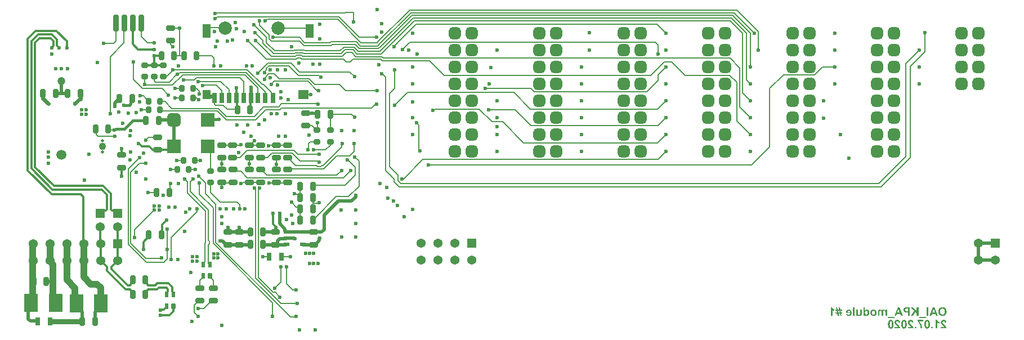
<source format=gbl>
G04*
G04 #@! TF.GenerationSoftware,Altium Limited,Altium Designer,20.1.11 (218)*
G04*
G04 Layer_Physical_Order=4*
G04 Layer_Color=16737819*
%FSAX42Y42*%
%MOMM*%
G71*
G04*
G04 #@! TF.SameCoordinates,7775C1EB-3A37-4DB6-902C-5BA206B129F1*
G04*
G04*
G04 #@! TF.FilePolarity,Positive*
G04*
G01*
G75*
%ADD11C,0.60*%
%ADD14C,0.20*%
G04:AMPARAMS|DCode=51|XSize=0.8mm|YSize=1.3mm|CornerRadius=0.2mm|HoleSize=0mm|Usage=FLASHONLY|Rotation=180.000|XOffset=0mm|YOffset=0mm|HoleType=Round|Shape=RoundedRectangle|*
%AMROUNDEDRECTD51*
21,1,0.80,0.90,0,0,180.0*
21,1,0.40,1.30,0,0,180.0*
1,1,0.40,-0.20,0.45*
1,1,0.40,0.20,0.45*
1,1,0.40,0.20,-0.45*
1,1,0.40,-0.20,-0.45*
%
%ADD51ROUNDEDRECTD51*%
G04:AMPARAMS|DCode=56|XSize=0.8mm|YSize=1.3mm|CornerRadius=0.2mm|HoleSize=0mm|Usage=FLASHONLY|Rotation=270.000|XOffset=0mm|YOffset=0mm|HoleType=Round|Shape=RoundedRectangle|*
%AMROUNDEDRECTD56*
21,1,0.80,0.90,0,0,270.0*
21,1,0.40,1.30,0,0,270.0*
1,1,0.40,-0.45,-0.20*
1,1,0.40,-0.45,0.20*
1,1,0.40,0.45,0.20*
1,1,0.40,0.45,-0.20*
%
%ADD56ROUNDEDRECTD56*%
G04:AMPARAMS|DCode=57|XSize=0.8mm|YSize=1mm|CornerRadius=0.2mm|HoleSize=0mm|Usage=FLASHONLY|Rotation=0.000|XOffset=0mm|YOffset=0mm|HoleType=Round|Shape=RoundedRectangle|*
%AMROUNDEDRECTD57*
21,1,0.80,0.60,0,0,0.0*
21,1,0.40,1.00,0,0,0.0*
1,1,0.40,0.20,-0.30*
1,1,0.40,-0.20,-0.30*
1,1,0.40,-0.20,0.30*
1,1,0.40,0.20,0.30*
%
%ADD57ROUNDEDRECTD57*%
G04:AMPARAMS|DCode=58|XSize=0.8mm|YSize=1mm|CornerRadius=0.2mm|HoleSize=0mm|Usage=FLASHONLY|Rotation=270.000|XOffset=0mm|YOffset=0mm|HoleType=Round|Shape=RoundedRectangle|*
%AMROUNDEDRECTD58*
21,1,0.80,0.60,0,0,270.0*
21,1,0.40,1.00,0,0,270.0*
1,1,0.40,-0.30,-0.20*
1,1,0.40,-0.30,0.20*
1,1,0.40,0.30,0.20*
1,1,0.40,0.30,-0.20*
%
%ADD58ROUNDEDRECTD58*%
G04:AMPARAMS|DCode=68|XSize=2.54mm|YSize=0.91mm|CornerRadius=0mm|HoleSize=0mm|Usage=FLASHONLY|Rotation=90.000|XOffset=0mm|YOffset=0mm|HoleType=Round|Shape=Octagon|*
%AMOCTAGOND68*
4,1,8,0.23,1.27,-0.23,1.27,-0.46,1.04,-0.46,-1.04,-0.23,-1.27,0.23,-1.27,0.46,-1.04,0.46,1.04,0.23,1.27,0.0*
%
%ADD68OCTAGOND68*%

%ADD72C,0.50*%
%ADD73C,0.40*%
%ADD74C,1.00*%
%ADD75C,0.30*%
%ADD76C,0.80*%
%ADD78C,0.38*%
G04:AMPARAMS|DCode=79|XSize=1.78mm|YSize=1.78mm|CornerRadius=0.44mm|HoleSize=0mm|Usage=FLASHONLY|Rotation=180.000|XOffset=0mm|YOffset=0mm|HoleType=Round|Shape=RoundedRectangle|*
%AMROUNDEDRECTD79*
21,1,1.78,0.89,0,0,180.0*
21,1,0.89,1.78,0,0,180.0*
1,1,0.89,-0.44,0.44*
1,1,0.89,0.44,0.44*
1,1,0.89,0.44,-0.44*
1,1,0.89,-0.44,-0.44*
%
%ADD79ROUNDEDRECTD79*%
G04:AMPARAMS|DCode=80|XSize=1.78mm|YSize=1.78mm|CornerRadius=0.44mm|HoleSize=0mm|Usage=FLASHONLY|Rotation=270.000|XOffset=0mm|YOffset=0mm|HoleType=Round|Shape=RoundedRectangle|*
%AMROUNDEDRECTD80*
21,1,1.78,0.89,0,0,270.0*
21,1,0.89,1.78,0,0,270.0*
1,1,0.89,-0.44,-0.44*
1,1,0.89,-0.44,0.44*
1,1,0.89,0.44,0.44*
1,1,0.89,0.44,-0.44*
%
%ADD80ROUNDEDRECTD80*%
%ADD81C,2.00*%
%ADD82C,1.37*%
%ADD83R,1.37X1.37*%
%ADD84C,0.60*%
%ADD85C,1.50*%
%ADD86C,1.20*%
%ADD87C,0.50*%
%ADD88C,1.10*%
%ADD100R,0.80X1.30*%
%ADD101R,1.20X2.00*%
%ADD102R,1.60X1.40*%
%ADD103R,1.20X1.40*%
%ADD104R,0.70X1.60*%
%ADD105R,0.60X0.90*%
G04:AMPARAMS|DCode=106|XSize=0.9mm|YSize=0.6mm|CornerRadius=0.15mm|HoleSize=0mm|Usage=FLASHONLY|Rotation=90.000|XOffset=0mm|YOffset=0mm|HoleType=Round|Shape=RoundedRectangle|*
%AMROUNDEDRECTD106*
21,1,0.90,0.30,0,0,90.0*
21,1,0.60,0.60,0,0,90.0*
1,1,0.30,0.15,0.30*
1,1,0.30,0.15,-0.30*
1,1,0.30,-0.15,-0.30*
1,1,0.30,-0.15,0.30*
%
%ADD106ROUNDEDRECTD106*%
%ADD107R,2.00X2.80*%
%ADD108R,0.95X0.60*%
%ADD109R,2.00X2.00*%
G04:AMPARAMS|DCode=110|XSize=2mm|YSize=2mm|CornerRadius=0.5mm|HoleSize=0mm|Usage=FLASHONLY|Rotation=270.000|XOffset=0mm|YOffset=0mm|HoleType=Round|Shape=RoundedRectangle|*
%AMROUNDEDRECTD110*
21,1,2.00,1.00,0,0,270.0*
21,1,1.00,2.00,0,0,270.0*
1,1,1.00,-0.50,-0.50*
1,1,1.00,-0.50,0.50*
1,1,1.00,0.50,0.50*
1,1,1.00,0.50,-0.50*
%
%ADD110ROUNDEDRECTD110*%
G36*
X019322Y003283D02*
X019347D01*
Y003263D01*
X019326D01*
X019331Y003238D01*
X019347D01*
Y003219D01*
X019335D01*
X019342Y003185D01*
X019322D01*
X019316Y003219D01*
X019296D01*
X019303Y003185D01*
X019283D01*
X019277Y003219D01*
X019251D01*
Y003238D01*
X019273D01*
X019267Y003263D01*
X019251D01*
Y003283D01*
X019263D01*
X019257Y003317D01*
X019277D01*
X019283Y003283D01*
X019302D01*
X019296Y003317D01*
X019315D01*
X019322Y003283D01*
D02*
G37*
G36*
X019975Y003281D02*
X019978Y003281D01*
X019980Y003280D01*
X019983Y003279D01*
X019986Y003278D01*
X019988Y003277D01*
X019990Y003276D01*
X019992Y003274D01*
X019994Y003273D01*
X019996Y003271D01*
X019997Y003270D01*
X019998Y003269D01*
X019999Y003268D01*
X020000Y003267D01*
X020000Y003267D01*
X020000Y003267D01*
Y003279D01*
X020023D01*
Y003187D01*
X019998D01*
Y003232D01*
Y003234D01*
X019998Y003236D01*
X019998Y003238D01*
X019998Y003240D01*
X019998Y003242D01*
X019998Y003244D01*
X019998Y003245D01*
X019997Y003246D01*
X019997Y003247D01*
X019997Y003248D01*
X019997Y003249D01*
X019997Y003250D01*
X019997Y003250D01*
X019997Y003251D01*
X019996Y003251D01*
Y003251D01*
X019996Y003253D01*
X019995Y003255D01*
X019994Y003256D01*
X019992Y003257D01*
X019992Y003258D01*
X019991Y003259D01*
X019990Y003259D01*
X019990Y003260D01*
X019990D01*
X019988Y003261D01*
X019986Y003261D01*
X019985Y003262D01*
X019983Y003262D01*
X019982Y003263D01*
X019981Y003263D01*
X019981Y003263D01*
X019980D01*
X019978Y003263D01*
X019977Y003262D01*
X019975Y003262D01*
X019974Y003262D01*
X019973Y003261D01*
X019973Y003261D01*
X019972Y003261D01*
X019972Y003261D01*
X019971Y003260D01*
X019970Y003259D01*
X019970Y003258D01*
X019969Y003257D01*
X019969Y003256D01*
X019969Y003256D01*
X019968Y003255D01*
X019968Y003255D01*
Y003255D01*
X019968Y003254D01*
X019968Y003253D01*
X019968Y003252D01*
X019967Y003251D01*
X019967Y003248D01*
X019967Y003245D01*
X019967Y003243D01*
Y003242D01*
X019967Y003241D01*
Y003240D01*
Y003239D01*
Y003238D01*
Y003238D01*
Y003238D01*
Y003187D01*
X019942D01*
Y003231D01*
Y003234D01*
X019942Y003236D01*
X019942Y003238D01*
X019942Y003240D01*
X019942Y003241D01*
X019942Y003243D01*
X019942Y003244D01*
X019941Y003246D01*
X019941Y003247D01*
X019941Y003248D01*
X019941Y003249D01*
X019941Y003249D01*
X019941Y003250D01*
X019941Y003250D01*
X019940Y003250D01*
Y003250D01*
X019940Y003252D01*
X019939Y003254D01*
X019937Y003256D01*
X019936Y003257D01*
X019935Y003258D01*
X019935Y003259D01*
X019934Y003259D01*
X019934Y003260D01*
X019934D01*
X019932Y003261D01*
X019930Y003261D01*
X019929Y003262D01*
X019927Y003262D01*
X019926Y003263D01*
X019925Y003263D01*
X019924D01*
X019923Y003263D01*
X019922Y003263D01*
X019921Y003262D01*
X019920Y003262D01*
X019918Y003261D01*
X019916Y003260D01*
X019915Y003259D01*
X019914Y003258D01*
X019914Y003258D01*
X019914Y003258D01*
X019914Y003258D01*
Y003257D01*
X019913Y003257D01*
X019913Y003256D01*
X019913Y003254D01*
X019912Y003253D01*
X019912Y003250D01*
X019911Y003247D01*
X019911Y003246D01*
X019911Y003244D01*
Y003243D01*
X019911Y003242D01*
Y003241D01*
Y003240D01*
Y003240D01*
Y003240D01*
Y003187D01*
X019887D01*
Y003246D01*
Y003248D01*
X019887Y003251D01*
X019887Y003253D01*
X019887Y003255D01*
X019887Y003256D01*
X019887Y003258D01*
X019888Y003259D01*
X019888Y003261D01*
X019888Y003262D01*
X019888Y003263D01*
X019889Y003263D01*
X019889Y003264D01*
X019889Y003265D01*
X019889Y003265D01*
X019889Y003265D01*
Y003265D01*
X019891Y003268D01*
X019892Y003269D01*
X019892Y003270D01*
X019893Y003272D01*
X019894Y003273D01*
X019895Y003273D01*
X019896Y003274D01*
X019897Y003275D01*
X019897Y003276D01*
X019898Y003276D01*
X019899Y003277D01*
X019899Y003277D01*
X019899Y003277D01*
X019900Y003277D01*
X019900D01*
X019901Y003278D01*
X019903Y003279D01*
X019905Y003280D01*
X019908Y003281D01*
X019911Y003281D01*
X019912Y003281D01*
X019913Y003281D01*
X019914Y003281D01*
X019915D01*
X019916Y003282D01*
X019917D01*
X019920Y003281D01*
X019923Y003281D01*
X019925Y003280D01*
X019927Y003280D01*
X019928Y003280D01*
X019929Y003279D01*
X019930Y003279D01*
X019930Y003279D01*
X019931Y003278D01*
X019931Y003278D01*
X019932Y003278D01*
X019932Y003278D01*
X019932D01*
X019935Y003276D01*
X019937Y003274D01*
X019939Y003273D01*
X019941Y003271D01*
X019942Y003270D01*
X019943Y003269D01*
X019944Y003269D01*
X019944Y003268D01*
X019945Y003267D01*
X019945Y003267D01*
X019945Y003267D01*
X019945Y003267D01*
X019947Y003269D01*
X019949Y003272D01*
X019951Y003273D01*
X019952Y003275D01*
X019954Y003276D01*
X019954Y003277D01*
X019955Y003277D01*
X019955Y003277D01*
X019956Y003278D01*
X019956Y003278D01*
X019956D01*
X019959Y003279D01*
X019961Y003280D01*
X019964Y003281D01*
X019966Y003281D01*
X019967Y003281D01*
X019968Y003281D01*
X019969Y003281D01*
X019970D01*
X019971Y003282D01*
X019971D01*
X019975Y003281D01*
D02*
G37*
G36*
X019200Y003313D02*
X019201Y003311D01*
X019202Y003309D01*
X019203Y003307D01*
X019204Y003305D01*
X019206Y003304D01*
X019207Y003302D01*
X019208Y003300D01*
X019209Y003299D01*
X019211Y003298D01*
X019212Y003297D01*
X019213Y003296D01*
X019213Y003296D01*
X019214Y003295D01*
X019214Y003295D01*
X019214Y003295D01*
X019216Y003293D01*
X019219Y003292D01*
X019220Y003290D01*
X019222Y003289D01*
X019224Y003288D01*
X019226Y003287D01*
X019227Y003286D01*
X019229Y003285D01*
X019230Y003285D01*
X019232Y003284D01*
X019233Y003284D01*
X019234Y003283D01*
X019234Y003283D01*
X019235Y003283D01*
X019235Y003283D01*
X019235D01*
Y003261D01*
X019232Y003262D01*
X019229Y003263D01*
X019225Y003265D01*
X019223Y003266D01*
X019220Y003267D01*
X019217Y003269D01*
X019215Y003271D01*
X019213Y003272D01*
X019210Y003273D01*
X019209Y003275D01*
X019207Y003276D01*
X019206Y003277D01*
X019205Y003278D01*
X019204Y003279D01*
X019204Y003279D01*
X019203Y003279D01*
Y003187D01*
X019179D01*
Y003315D01*
X019199D01*
X019200Y003313D01*
D02*
G37*
G36*
X020497Y003187D02*
X020471D01*
Y003225D01*
X020451Y003247D01*
X020415Y003187D01*
X020382D01*
X020433Y003265D01*
X020384Y003315D01*
X020419D01*
X020471Y003258D01*
Y003315D01*
X020497D01*
Y003187D01*
D02*
G37*
G36*
X019644Y003221D02*
Y003218D01*
X019644Y003216D01*
X019644Y003214D01*
X019644Y003212D01*
X019644Y003210D01*
X019643Y003208D01*
X019643Y003207D01*
X019643Y003206D01*
X019642Y003204D01*
X019642Y003203D01*
X019642Y003202D01*
X019642Y003202D01*
X019641Y003201D01*
X019641Y003201D01*
X019641Y003200D01*
Y003200D01*
X019640Y003199D01*
X019640Y003198D01*
X019638Y003195D01*
X019636Y003193D01*
X019634Y003192D01*
X019633Y003190D01*
X019632Y003190D01*
X019632Y003189D01*
X019631Y003189D01*
X019631Y003189D01*
X019630Y003189D01*
X019630Y003189D01*
X019629Y003188D01*
X019627Y003187D01*
X019625Y003186D01*
X019622Y003186D01*
X019619Y003185D01*
X019618Y003185D01*
X019617Y003185D01*
X019616Y003185D01*
X019615D01*
X019614Y003185D01*
X019614D01*
X019612Y003185D01*
X019610Y003185D01*
X019607Y003185D01*
X019604Y003186D01*
X019603Y003186D01*
X019601Y003187D01*
X019600Y003187D01*
X019599Y003187D01*
X019598Y003188D01*
X019598Y003188D01*
X019597Y003189D01*
X019596Y003189D01*
X019596Y003189D01*
X019596D01*
X019593Y003191D01*
X019590Y003192D01*
X019588Y003194D01*
X019587Y003195D01*
X019586Y003196D01*
X019585Y003197D01*
X019585Y003198D01*
X019584Y003199D01*
X019584Y003199D01*
X019583Y003200D01*
X019583Y003200D01*
X019583Y003201D01*
X019583Y003201D01*
Y003187D01*
X019560D01*
Y003279D01*
X019584D01*
Y003240D01*
Y003237D01*
X019585Y003234D01*
X019585Y003231D01*
X019585Y003228D01*
X019585Y003226D01*
X019585Y003224D01*
X019585Y003222D01*
X019585Y003220D01*
X019586Y003219D01*
X019586Y003218D01*
X019586Y003217D01*
X019586Y003216D01*
X019586Y003216D01*
X019586Y003216D01*
X019586Y003215D01*
Y003215D01*
X019587Y003213D01*
X019588Y003212D01*
X019589Y003210D01*
X019590Y003209D01*
X019591Y003208D01*
X019592Y003207D01*
X019593Y003207D01*
X019593Y003207D01*
X019593Y003207D01*
X019593D01*
X019595Y003206D01*
X019597Y003205D01*
X019599Y003204D01*
X019601Y003204D01*
X019602Y003204D01*
X019603Y003203D01*
X019603D01*
X019604Y003203D01*
X019604D01*
X019606Y003203D01*
X019608Y003204D01*
X019610Y003204D01*
X019611Y003205D01*
X019612Y003205D01*
X019613Y003206D01*
X019613Y003206D01*
X019614Y003206D01*
X019615Y003207D01*
X019616Y003208D01*
X019617Y003209D01*
X019617Y003210D01*
X019618Y003211D01*
X019618Y003212D01*
X019618Y003213D01*
X019618Y003213D01*
Y003213D01*
X019619Y003214D01*
X019619Y003215D01*
X019619Y003217D01*
X019619Y003219D01*
X019619Y003220D01*
X019620Y003222D01*
X019620Y003227D01*
X019620Y003229D01*
Y003230D01*
X019620Y003232D01*
Y003234D01*
Y003235D01*
Y003236D01*
Y003236D01*
Y003237D01*
Y003237D01*
Y003237D01*
Y003279D01*
X019644D01*
Y003221D01*
D02*
G37*
G36*
X019453Y003281D02*
X019456Y003281D01*
X019459Y003280D01*
X019462Y003279D01*
X019465Y003278D01*
X019467Y003277D01*
X019470Y003276D01*
X019472Y003275D01*
X019474Y003274D01*
X019475Y003273D01*
X019477Y003271D01*
X019478Y003270D01*
X019479Y003270D01*
X019480Y003269D01*
X019480Y003269D01*
X019480Y003268D01*
X019482Y003266D01*
X019484Y003263D01*
X019486Y003260D01*
X019487Y003257D01*
X019488Y003254D01*
X019489Y003251D01*
X019490Y003248D01*
X019491Y003245D01*
X019491Y003243D01*
X019491Y003240D01*
X019492Y003238D01*
X019492Y003236D01*
X019492Y003235D01*
Y003235D01*
Y003234D01*
X019492Y003233D01*
Y003233D01*
Y003233D01*
Y003232D01*
Y003232D01*
X019492Y003229D01*
X019492Y003225D01*
X019491Y003222D01*
X019491Y003219D01*
X019490Y003216D01*
X019489Y003214D01*
X019488Y003211D01*
X019487Y003209D01*
X019487Y003207D01*
X019486Y003205D01*
X019485Y003204D01*
X019484Y003203D01*
X019484Y003202D01*
X019483Y003201D01*
X019483Y003201D01*
X019483Y003200D01*
X019481Y003198D01*
X019478Y003195D01*
X019475Y003193D01*
X019473Y003191D01*
X019470Y003190D01*
X019467Y003189D01*
X019464Y003187D01*
X019461Y003187D01*
X019458Y003186D01*
X019455Y003185D01*
X019453Y003185D01*
X019451Y003185D01*
X019450Y003185D01*
X019449Y003185D01*
X019449D01*
X019448Y003185D01*
X019447D01*
X019444Y003185D01*
X019442Y003185D01*
X019439Y003185D01*
X019437Y003186D01*
X019435Y003186D01*
X019432Y003187D01*
X019431Y003187D01*
X019429Y003188D01*
X019427Y003189D01*
X019426Y003189D01*
X019425Y003190D01*
X019424Y003190D01*
X019423Y003191D01*
X019422Y003191D01*
X019422Y003191D01*
X019422Y003192D01*
X019420Y003193D01*
X019418Y003194D01*
X019417Y003196D01*
X019415Y003198D01*
X019414Y003199D01*
X019413Y003201D01*
X019411Y003203D01*
X019410Y003205D01*
X019410Y003206D01*
X019409Y003207D01*
X019408Y003209D01*
X019408Y003210D01*
X019407Y003211D01*
X019407Y003212D01*
X019407Y003212D01*
X019407Y003212D01*
X019431Y003216D01*
X019432Y003214D01*
X019433Y003212D01*
X019434Y003210D01*
X019435Y003208D01*
X019436Y003207D01*
X019437Y003207D01*
X019437Y003206D01*
X019437Y003206D01*
X019437D01*
X019439Y003205D01*
X019440Y003204D01*
X019442Y003204D01*
X019443Y003203D01*
X019445Y003203D01*
X019446Y003203D01*
X019446Y003203D01*
X019447D01*
X019448Y003203D01*
X019450Y003203D01*
X019451Y003203D01*
X019453Y003204D01*
X019455Y003205D01*
X019456Y003205D01*
X019457Y003206D01*
X019458Y003207D01*
X019459Y003207D01*
X019460Y003208D01*
X019460Y003208D01*
X019461Y003208D01*
X019461Y003209D01*
X019461Y003209D01*
X019461Y003209D01*
X019462Y003210D01*
X019463Y003211D01*
X019464Y003213D01*
X019464Y003214D01*
X019465Y003216D01*
X019465Y003217D01*
X019466Y003220D01*
X019466Y003221D01*
X019467Y003222D01*
X019467Y003223D01*
X019467Y003224D01*
Y003225D01*
X019467Y003225D01*
Y003226D01*
Y003226D01*
X019405D01*
X019406Y003231D01*
X019406Y003236D01*
X019406Y003240D01*
X019407Y003244D01*
X019408Y003248D01*
X019409Y003252D01*
X019410Y003255D01*
X019411Y003257D01*
X019412Y003260D01*
X019413Y003262D01*
X019414Y003264D01*
X019415Y003265D01*
X019416Y003266D01*
X019416Y003267D01*
X019417Y003268D01*
X019417Y003268D01*
X019419Y003270D01*
X019422Y003272D01*
X019424Y003274D01*
X019427Y003276D01*
X019430Y003277D01*
X019433Y003278D01*
X019435Y003279D01*
X019438Y003280D01*
X019440Y003280D01*
X019442Y003281D01*
X019444Y003281D01*
X019446Y003281D01*
X019448Y003281D01*
X019448D01*
X019449Y003282D01*
X019450D01*
X019453Y003281D01*
D02*
G37*
G36*
X020789Y003187D02*
X020761D01*
X020751Y003216D01*
X020700D01*
X020688Y003187D01*
X020660D01*
X020712Y003315D01*
X020739D01*
X020789Y003187D01*
D02*
G37*
G36*
X020647D02*
X020622D01*
Y003315D01*
X020647D01*
Y003187D01*
D02*
G37*
G36*
X020368D02*
X020343D01*
Y003235D01*
X020323D01*
X020320Y003235D01*
X020317Y003235D01*
X020314Y003235D01*
X020312Y003235D01*
X020310Y003236D01*
X020308Y003236D01*
X020306Y003236D01*
X020304Y003236D01*
X020303Y003236D01*
X020302Y003236D01*
X020301Y003236D01*
X020300Y003237D01*
X020300Y003237D01*
X020299Y003237D01*
X020299D01*
X020297Y003237D01*
X020294Y003238D01*
X020292Y003239D01*
X020290Y003240D01*
X020289Y003241D01*
X020288Y003241D01*
X020288Y003242D01*
X020287Y003242D01*
X020286Y003242D01*
X020286Y003243D01*
X020286Y003243D01*
X020286Y003243D01*
X020283Y003245D01*
X020281Y003247D01*
X020279Y003249D01*
X020278Y003251D01*
X020277Y003253D01*
X020276Y003254D01*
X020276Y003254D01*
X020275Y003255D01*
X020275Y003255D01*
X020275Y003255D01*
X020275Y003255D01*
X020274Y003257D01*
X020273Y003259D01*
X020272Y003262D01*
X020272Y003265D01*
X020271Y003267D01*
X020271Y003268D01*
X020271Y003270D01*
X020271Y003271D01*
X020271Y003272D01*
Y003273D01*
X020271Y003274D01*
Y003275D01*
Y003275D01*
Y003275D01*
X020271Y003278D01*
X020271Y003281D01*
X020271Y003283D01*
X020272Y003286D01*
X020272Y003288D01*
X020273Y003290D01*
X020274Y003292D01*
X020274Y003293D01*
X020275Y003295D01*
X020276Y003296D01*
X020276Y003298D01*
X020277Y003298D01*
X020277Y003299D01*
X020278Y003300D01*
X020278Y003300D01*
X020278Y003300D01*
X020279Y003302D01*
X020281Y003304D01*
X020283Y003305D01*
X020284Y003306D01*
X020286Y003307D01*
X020287Y003308D01*
X020289Y003309D01*
X020290Y003310D01*
X020291Y003311D01*
X020293Y003311D01*
X020294Y003312D01*
X020295Y003312D01*
X020295Y003312D01*
X020296Y003313D01*
X020296Y003313D01*
X020296D01*
X020297Y003313D01*
X020298Y003313D01*
X020300Y003313D01*
X020302Y003314D01*
X020304Y003314D01*
X020307Y003314D01*
X020309Y003314D01*
X020315Y003314D01*
X020317Y003315D01*
X020319Y003315D01*
X020321D01*
X020323Y003315D01*
X020368D01*
Y003187D01*
D02*
G37*
G36*
X020262D02*
X020235D01*
X020224Y003216D01*
X020173Y003216D01*
X020162Y003187D01*
X020134D01*
X020185Y003315D01*
X020213Y003315D01*
X020262Y003187D01*
D02*
G37*
G36*
X019535Y003187D02*
X019510D01*
Y003315D01*
X019535D01*
Y003187D01*
D02*
G37*
G36*
X019823Y003281D02*
X019825Y003281D01*
X019827Y003281D01*
X019830Y003281D01*
X019832Y003280D01*
X019834Y003280D01*
X019836Y003279D01*
X019838Y003278D01*
X019839Y003278D01*
X019841Y003277D01*
X019842Y003277D01*
X019843Y003276D01*
X019844Y003276D01*
X019844Y003276D01*
X019845Y003276D01*
X019845Y003275D01*
X019847Y003274D01*
X019849Y003273D01*
X019850Y003272D01*
X019852Y003270D01*
X019854Y003269D01*
X019855Y003267D01*
X019856Y003266D01*
X019857Y003264D01*
X019859Y003263D01*
X019859Y003262D01*
X019860Y003261D01*
X019861Y003260D01*
X019861Y003259D01*
X019862Y003258D01*
X019862Y003258D01*
X019862Y003258D01*
X019863Y003256D01*
X019864Y003254D01*
X019865Y003252D01*
X019865Y003249D01*
X019866Y003247D01*
X019866Y003245D01*
X019867Y003244D01*
X019867Y003242D01*
X019867Y003240D01*
X019868Y003239D01*
X019868Y003238D01*
X019868Y003236D01*
X019868Y003236D01*
Y003235D01*
Y003235D01*
Y003234D01*
X019868Y003231D01*
X019868Y003229D01*
X019867Y003226D01*
X019867Y003223D01*
X019866Y003221D01*
X019866Y003219D01*
X019865Y003217D01*
X019865Y003215D01*
X019864Y003213D01*
X019864Y003212D01*
X019863Y003210D01*
X019863Y003209D01*
X019862Y003208D01*
X019862Y003208D01*
X019862Y003207D01*
X019862Y003207D01*
X019861Y003205D01*
X019859Y003203D01*
X019858Y003202D01*
X019857Y003200D01*
X019855Y003198D01*
X019854Y003197D01*
X019852Y003196D01*
X019851Y003195D01*
X019849Y003194D01*
X019848Y003193D01*
X019847Y003192D01*
X019846Y003191D01*
X019845Y003191D01*
X019845Y003191D01*
X019844Y003190D01*
X019844Y003190D01*
X019842Y003189D01*
X019840Y003189D01*
X019838Y003188D01*
X019836Y003187D01*
X019834Y003186D01*
X019832Y003186D01*
X019830Y003186D01*
X019828Y003185D01*
X019826Y003185D01*
X019825Y003185D01*
X019823Y003185D01*
X019822Y003185D01*
X019821Y003185D01*
X019820D01*
X019816Y003185D01*
X019813Y003185D01*
X019809Y003186D01*
X019806Y003187D01*
X019803Y003188D01*
X019800Y003189D01*
X019797Y003190D01*
X019795Y003192D01*
X019793Y003193D01*
X019791Y003194D01*
X019790Y003195D01*
X019788Y003196D01*
X019787Y003197D01*
X019786Y003198D01*
X019786Y003198D01*
X019786Y003198D01*
X019783Y003201D01*
X019781Y003204D01*
X019779Y003207D01*
X019778Y003210D01*
X019777Y003213D01*
X019775Y003216D01*
X019775Y003218D01*
X019774Y003221D01*
X019773Y003224D01*
X019773Y003226D01*
X019773Y003228D01*
X019772Y003230D01*
X019772Y003231D01*
Y003232D01*
X019772Y003232D01*
Y003233D01*
Y003233D01*
Y003233D01*
Y003233D01*
X019772Y003237D01*
X019773Y003241D01*
X019773Y003244D01*
X019774Y003247D01*
X019775Y003251D01*
X019776Y003253D01*
X019778Y003256D01*
X019779Y003258D01*
X019780Y003261D01*
X019781Y003262D01*
X019783Y003264D01*
X019784Y003265D01*
X019784Y003266D01*
X019785Y003267D01*
X019785Y003268D01*
X019786Y003268D01*
X019788Y003270D01*
X019791Y003272D01*
X019794Y003274D01*
X019797Y003276D01*
X019800Y003277D01*
X019802Y003278D01*
X019805Y003279D01*
X019808Y003280D01*
X019810Y003280D01*
X019813Y003281D01*
X019815Y003281D01*
X019817Y003281D01*
X019818Y003281D01*
X019819D01*
X019819Y003282D01*
X019820D01*
X019823Y003281D01*
D02*
G37*
G36*
X019692Y003269D02*
X019695Y003271D01*
X019697Y003273D01*
X019699Y003275D01*
X019701Y003276D01*
X019704Y003277D01*
X019706Y003278D01*
X019708Y003279D01*
X019710Y003280D01*
X019712Y003280D01*
X019714Y003281D01*
X019715Y003281D01*
X019717Y003281D01*
X019718Y003281D01*
X019719Y003282D01*
X019719D01*
X019723Y003281D01*
X019725Y003281D01*
X019728Y003280D01*
X019731Y003280D01*
X019733Y003279D01*
X019736Y003278D01*
X019738Y003277D01*
X019740Y003275D01*
X019742Y003274D01*
X019743Y003273D01*
X019744Y003272D01*
X019745Y003271D01*
X019746Y003270D01*
X019747Y003270D01*
X019747Y003269D01*
X019747Y003269D01*
X019749Y003267D01*
X019751Y003264D01*
X019753Y003261D01*
X019754Y003258D01*
X019755Y003255D01*
X019756Y003252D01*
X019757Y003250D01*
X019757Y003247D01*
X019758Y003244D01*
X019758Y003241D01*
X019758Y003239D01*
X019758Y003237D01*
X019758Y003236D01*
Y003236D01*
X019758Y003235D01*
Y003234D01*
Y003234D01*
Y003234D01*
Y003233D01*
Y003233D01*
X019758Y003229D01*
X019758Y003225D01*
X019757Y003222D01*
X019757Y003218D01*
X019756Y003215D01*
X019755Y003212D01*
X019754Y003209D01*
X019753Y003207D01*
X019752Y003205D01*
X019751Y003203D01*
X019750Y003201D01*
X019749Y003200D01*
X019748Y003199D01*
X019748Y003198D01*
X019747Y003198D01*
X019747Y003197D01*
X019745Y003195D01*
X019743Y003193D01*
X019740Y003192D01*
X019738Y003190D01*
X019736Y003189D01*
X019733Y003188D01*
X019731Y003187D01*
X019729Y003186D01*
X019727Y003186D01*
X019725Y003185D01*
X019724Y003185D01*
X019722Y003185D01*
X019721Y003185D01*
X019720Y003185D01*
X019720D01*
X019717Y003185D01*
X019714Y003185D01*
X019711Y003186D01*
X019709Y003187D01*
X019708Y003187D01*
X019707Y003187D01*
X019706Y003188D01*
X019705Y003188D01*
X019705Y003188D01*
X019705Y003188D01*
X019704Y003189D01*
X019704D01*
X019703Y003189D01*
X019701Y003190D01*
X019699Y003192D01*
X019697Y003194D01*
X019694Y003196D01*
X019694Y003197D01*
X019693Y003198D01*
X019692Y003198D01*
X019692Y003199D01*
X019691Y003200D01*
X019691Y003200D01*
X019691Y003200D01*
X019691Y003200D01*
Y003187D01*
X019668D01*
Y003315D01*
X019692D01*
Y003269D01*
D02*
G37*
G36*
X020861Y003317D02*
X020864Y003317D01*
X020866Y003316D01*
X020869Y003316D01*
X020871Y003316D01*
X020874Y003315D01*
X020876Y003315D01*
X020878Y003314D01*
X020880Y003314D01*
X020881Y003313D01*
X020882Y003313D01*
X020884Y003313D01*
X020884Y003312D01*
X020885Y003312D01*
X020886Y003312D01*
X020886Y003312D01*
X020887Y003311D01*
X020889Y003310D01*
X020892Y003308D01*
X020895Y003306D01*
X020896Y003305D01*
X020897Y003305D01*
X020898Y003304D01*
X020899Y003303D01*
X020900Y003302D01*
X020901Y003301D01*
X020902Y003301D01*
X020902Y003301D01*
X020902Y003300D01*
X020902Y003300D01*
X020905Y003297D01*
X020907Y003294D01*
X020909Y003291D01*
X020911Y003289D01*
X020912Y003287D01*
X020912Y003286D01*
X020913Y003285D01*
X020913Y003284D01*
X020914Y003284D01*
X020914Y003283D01*
X020914Y003283D01*
X020914Y003283D01*
X020915Y003280D01*
X020916Y003277D01*
X020917Y003275D01*
X020918Y003272D01*
X020918Y003269D01*
X020919Y003266D01*
X020919Y003264D01*
X020919Y003261D01*
X020920Y003259D01*
X020920Y003257D01*
X020920Y003255D01*
X020920Y003253D01*
X020920Y003252D01*
Y003251D01*
Y003251D01*
Y003250D01*
Y003250D01*
Y003250D01*
Y003250D01*
X020920Y003247D01*
X020920Y003244D01*
X020919Y003239D01*
X020918Y003234D01*
X020917Y003229D01*
X020916Y003225D01*
X020915Y003221D01*
X020913Y003218D01*
X020912Y003214D01*
X020910Y003212D01*
X020909Y003210D01*
X020909Y003209D01*
X020908Y003208D01*
X020907Y003207D01*
X020906Y003206D01*
X020906Y003205D01*
X020905Y003204D01*
X020905Y003204D01*
X020904Y003203D01*
X020904Y003203D01*
X020904Y003202D01*
X020903Y003202D01*
X020903Y003202D01*
Y003202D01*
X020902Y003200D01*
X020900Y003199D01*
X020898Y003197D01*
X020896Y003196D01*
X020893Y003194D01*
X020889Y003192D01*
X020885Y003190D01*
X020881Y003189D01*
X020878Y003188D01*
X020874Y003187D01*
X020871Y003186D01*
X020868Y003185D01*
X020866Y003185D01*
X020865Y003185D01*
X020864Y003185D01*
X020862Y003185D01*
X020861Y003185D01*
X020861Y003185D01*
X020860D01*
X020859Y003185D01*
X020858D01*
X020855Y003185D01*
X020853Y003185D01*
X020848Y003185D01*
X020843Y003186D01*
X020839Y003187D01*
X020835Y003189D01*
X020831Y003190D01*
X020828Y003192D01*
X020825Y003193D01*
X020822Y003195D01*
X020820Y003196D01*
X020817Y003198D01*
X020816Y003199D01*
X020815Y003200D01*
X020815Y003200D01*
X020814Y003201D01*
X020813Y003201D01*
X020813Y003202D01*
X020813Y003202D01*
X020813Y003202D01*
X020813Y003202D01*
X020811Y003204D01*
X020810Y003205D01*
X020808Y003207D01*
X020807Y003209D01*
X020805Y003213D01*
X020803Y003217D01*
X020801Y003221D01*
X020800Y003225D01*
X020799Y003229D01*
X020798Y003233D01*
X020797Y003236D01*
X020797Y003240D01*
X020796Y003241D01*
X020796Y003243D01*
X020796Y003244D01*
X020796Y003245D01*
X020796Y003246D01*
X020796Y003247D01*
Y003248D01*
X020796Y003249D01*
Y003250D01*
Y003250D01*
Y003250D01*
Y003250D01*
Y003253D01*
X020796Y003256D01*
X020797Y003262D01*
X020797Y003267D01*
X020799Y003271D01*
X020800Y003276D01*
X020801Y003280D01*
X020803Y003283D01*
X020804Y003287D01*
X020805Y003288D01*
X020806Y003289D01*
X020807Y003291D01*
X020807Y003292D01*
X020808Y003293D01*
X020809Y003294D01*
X020810Y003295D01*
X020810Y003296D01*
X020811Y003297D01*
X020811Y003297D01*
X020812Y003298D01*
X020812Y003298D01*
X020812Y003299D01*
X020813Y003299D01*
X020813Y003299D01*
X020813Y003299D01*
X020815Y003301D01*
X020816Y003302D01*
X020818Y003304D01*
X020820Y003305D01*
X020823Y003307D01*
X020827Y003309D01*
X020831Y003311D01*
X020835Y003313D01*
X020838Y003314D01*
X020842Y003315D01*
X020845Y003315D01*
X020848Y003316D01*
X020850Y003316D01*
X020851Y003316D01*
X020852Y003316D01*
X020853Y003317D01*
X020855Y003317D01*
X020855Y003317D01*
X020856D01*
X020857Y003317D01*
X020858D01*
X020861Y003317D01*
D02*
G37*
G36*
X020612Y003151D02*
X020510D01*
Y003167D01*
X020612D01*
Y003151D01*
D02*
G37*
G36*
X020135Y003151D02*
X020033D01*
Y003167D01*
X020135D01*
Y003151D01*
D02*
G37*
G36*
X020878Y003126D02*
X020881Y003125D01*
X020884Y003125D01*
X020887Y003124D01*
X020889Y003124D01*
X020891Y003123D01*
X020894Y003122D01*
X020896Y003121D01*
X020897Y003121D01*
X020899Y003120D01*
X020900Y003119D01*
X020902Y003118D01*
X020902Y003118D01*
X020903Y003117D01*
X020903Y003117D01*
X020904Y003117D01*
X020906Y003115D01*
X020907Y003113D01*
X020909Y003111D01*
X020910Y003109D01*
X020912Y003106D01*
X020913Y003104D01*
X020914Y003102D01*
X020915Y003099D01*
X020915Y003097D01*
X020916Y003095D01*
X020916Y003093D01*
X020917Y003091D01*
X020917Y003090D01*
X020917Y003089D01*
X020917Y003089D01*
Y003088D01*
X020917Y003088D01*
Y003088D01*
Y003088D01*
X020893Y003086D01*
X020893Y003087D01*
X020892Y003089D01*
X020892Y003091D01*
X020892Y003092D01*
X020891Y003094D01*
X020891Y003095D01*
X020890Y003096D01*
X020890Y003097D01*
X020889Y003098D01*
X020889Y003099D01*
X020889Y003099D01*
X020888Y003100D01*
X020888Y003100D01*
X020888Y003101D01*
X020888Y003101D01*
X020888Y003101D01*
X020887Y003102D01*
X020886Y003102D01*
X020885Y003103D01*
X020884Y003104D01*
X020882Y003104D01*
X020880Y003105D01*
X020878Y003105D01*
X020877Y003105D01*
X020877D01*
X020876Y003106D01*
X020875D01*
X020874Y003105D01*
X020872Y003105D01*
X020870Y003105D01*
X020868Y003104D01*
X020866Y003103D01*
X020866Y003103D01*
X020865Y003102D01*
X020864Y003102D01*
X020864Y003102D01*
X020864Y003101D01*
X020863Y003101D01*
X020863Y003101D01*
X020863Y003101D01*
X020862Y003100D01*
X020862Y003099D01*
X020860Y003097D01*
X020860Y003095D01*
X020859Y003093D01*
X020859Y003091D01*
X020859Y003091D01*
Y003090D01*
X020859Y003089D01*
Y003089D01*
Y003089D01*
Y003088D01*
X020859Y003087D01*
X020859Y003086D01*
X020859Y003083D01*
X020860Y003080D01*
X020861Y003078D01*
X020862Y003077D01*
X020862Y003076D01*
X020862Y003075D01*
X020863Y003075D01*
X020863Y003074D01*
X020864Y003074D01*
X020864Y003074D01*
X020864Y003073D01*
X020865Y003072D01*
X020866Y003071D01*
X020867Y003069D01*
X020869Y003068D01*
X020870Y003066D01*
X020872Y003064D01*
X020875Y003061D01*
X020877Y003059D01*
X020879Y003058D01*
X020880Y003056D01*
X020881Y003055D01*
X020882Y003054D01*
X020883Y003053D01*
X020884Y003053D01*
X020884Y003053D01*
X020884Y003053D01*
X020888Y003049D01*
X020891Y003046D01*
X020894Y003043D01*
X020897Y003040D01*
X020900Y003037D01*
X020902Y003034D01*
X020904Y003032D01*
X020906Y003030D01*
X020907Y003028D01*
X020908Y003026D01*
X020909Y003025D01*
X020910Y003024D01*
X020911Y003023D01*
X020911Y003022D01*
X020912Y003022D01*
X020912Y003022D01*
X020913Y003020D01*
X020914Y003017D01*
X020915Y003015D01*
X020916Y003013D01*
X020917Y003011D01*
X020917Y003009D01*
X020918Y003007D01*
X020918Y003005D01*
X020919Y003004D01*
X020919Y003002D01*
X020919Y003001D01*
X020920Y003000D01*
X020920Y002999D01*
X020920Y002998D01*
X020920Y002998D01*
Y002997D01*
X020834D01*
Y003020D01*
X020883D01*
X020882Y003021D01*
X020881Y003023D01*
X020880Y003024D01*
X020880Y003025D01*
X020879Y003026D01*
X020878Y003026D01*
X020878Y003027D01*
X020878Y003027D01*
X020877Y003028D01*
X020876Y003029D01*
X020875Y003030D01*
X020874Y003031D01*
X020872Y003033D01*
X020869Y003035D01*
X020868Y003036D01*
X020867Y003038D01*
X020866Y003038D01*
X020865Y003039D01*
X020864Y003040D01*
X020864Y003041D01*
X020863Y003041D01*
X020863Y003041D01*
X020861Y003043D01*
X020859Y003045D01*
X020857Y003047D01*
X020856Y003048D01*
X020854Y003050D01*
X020853Y003051D01*
X020852Y003052D01*
X020851Y003053D01*
X020850Y003054D01*
X020849Y003055D01*
X020848Y003056D01*
X020848Y003056D01*
X020847Y003057D01*
X020847Y003057D01*
X020847Y003057D01*
X020847Y003057D01*
X020845Y003061D01*
X020843Y003064D01*
X020841Y003066D01*
X020840Y003068D01*
X020840Y003069D01*
X020839Y003070D01*
X020839Y003071D01*
X020838Y003072D01*
X020838Y003072D01*
X020838Y003073D01*
X020837Y003073D01*
X020837Y003074D01*
Y003074D01*
X020836Y003077D01*
X020835Y003080D01*
X020835Y003082D01*
X020834Y003085D01*
X020834Y003086D01*
X020834Y003087D01*
X020834Y003088D01*
X020834Y003089D01*
Y003089D01*
Y003090D01*
Y003090D01*
Y003090D01*
X020834Y003093D01*
X020834Y003096D01*
X020835Y003098D01*
X020836Y003101D01*
X020837Y003103D01*
X020837Y003105D01*
X020838Y003107D01*
X020839Y003109D01*
X020840Y003110D01*
X020842Y003112D01*
X020842Y003113D01*
X020843Y003114D01*
X020844Y003115D01*
X020844Y003115D01*
X020845Y003115D01*
X020845Y003116D01*
X020847Y003117D01*
X020849Y003119D01*
X020852Y003120D01*
X020854Y003121D01*
X020857Y003123D01*
X020859Y003123D01*
X020862Y003124D01*
X020864Y003125D01*
X020866Y003125D01*
X020868Y003125D01*
X020870Y003126D01*
X020872Y003126D01*
X020873Y003126D01*
X020874Y003126D01*
X020875D01*
X020878Y003126D01*
D02*
G37*
G36*
X020381D02*
X020384Y003125D01*
X020387Y003125D01*
X020390Y003124D01*
X020392Y003124D01*
X020395Y003123D01*
X020397Y003122D01*
X020399Y003121D01*
X020400Y003121D01*
X020402Y003120D01*
X020403Y003119D01*
X020405Y003118D01*
X020405Y003118D01*
X020406Y003117D01*
X020407Y003117D01*
X020407Y003117D01*
X020409Y003115D01*
X020411Y003113D01*
X020412Y003111D01*
X020414Y003109D01*
X020415Y003106D01*
X020416Y003104D01*
X020417Y003102D01*
X020418Y003099D01*
X020418Y003097D01*
X020419Y003095D01*
X020419Y003093D01*
X020420Y003091D01*
X020420Y003090D01*
X020420Y003089D01*
X020420Y003089D01*
Y003088D01*
X020420Y003088D01*
Y003088D01*
Y003088D01*
X020396Y003086D01*
X020396Y003087D01*
X020395Y003089D01*
X020395Y003091D01*
X020395Y003092D01*
X020394Y003094D01*
X020394Y003095D01*
X020393Y003096D01*
X020393Y003097D01*
X020393Y003098D01*
X020392Y003099D01*
X020392Y003099D01*
X020391Y003100D01*
X020391Y003100D01*
X020391Y003101D01*
X020391Y003101D01*
X020391Y003101D01*
X020390Y003102D01*
X020389Y003102D01*
X020388Y003103D01*
X020387Y003104D01*
X020385Y003104D01*
X020383Y003105D01*
X020381Y003105D01*
X020380Y003105D01*
X020380D01*
X020379Y003106D01*
X020378D01*
X020377Y003105D01*
X020376Y003105D01*
X020373Y003105D01*
X020371Y003104D01*
X020369Y003103D01*
X020369Y003103D01*
X020368Y003102D01*
X020367Y003102D01*
X020367Y003102D01*
X020367Y003101D01*
X020366Y003101D01*
X020366Y003101D01*
X020366Y003101D01*
X020365Y003100D01*
X020365Y003099D01*
X020364Y003097D01*
X020363Y003095D01*
X020362Y003093D01*
X020362Y003091D01*
X020362Y003091D01*
Y003090D01*
X020362Y003089D01*
Y003089D01*
Y003089D01*
Y003088D01*
X020362Y003087D01*
X020362Y003086D01*
X020363Y003083D01*
X020363Y003080D01*
X020364Y003078D01*
X020365Y003077D01*
X020365Y003076D01*
X020366Y003075D01*
X020366Y003075D01*
X020366Y003074D01*
X020367Y003074D01*
X020367Y003074D01*
X020367Y003073D01*
X020368Y003072D01*
X020369Y003071D01*
X020370Y003069D01*
X020372Y003068D01*
X020373Y003066D01*
X020375Y003064D01*
X020378Y003061D01*
X020380Y003059D01*
X020382Y003058D01*
X020383Y003056D01*
X020384Y003055D01*
X020386Y003054D01*
X020386Y003053D01*
X020387Y003053D01*
X020387Y003053D01*
X020387Y003053D01*
X020391Y003049D01*
X020394Y003046D01*
X020397Y003043D01*
X020400Y003040D01*
X020403Y003037D01*
X020405Y003034D01*
X020407Y003032D01*
X020409Y003030D01*
X020410Y003028D01*
X020411Y003026D01*
X020413Y003025D01*
X020413Y003024D01*
X020414Y003023D01*
X020414Y003022D01*
X020415Y003022D01*
X020415Y003022D01*
X020416Y003020D01*
X020417Y003017D01*
X020418Y003015D01*
X020419Y003013D01*
X020420Y003011D01*
X020420Y003009D01*
X020421Y003007D01*
X020422Y003005D01*
X020422Y003004D01*
X020422Y003002D01*
X020423Y003001D01*
X020423Y003000D01*
X020423Y002999D01*
X020423Y002998D01*
X020423Y002998D01*
Y002997D01*
X020337D01*
Y003020D01*
X020386D01*
X020385Y003021D01*
X020384Y003023D01*
X020384Y003024D01*
X020383Y003025D01*
X020382Y003026D01*
X020381Y003026D01*
X020381Y003027D01*
X020381Y003027D01*
X020380Y003028D01*
X020379Y003029D01*
X020378Y003030D01*
X020377Y003031D01*
X020375Y003033D01*
X020372Y003035D01*
X020371Y003036D01*
X020370Y003038D01*
X020369Y003038D01*
X020368Y003039D01*
X020367Y003040D01*
X020367Y003041D01*
X020366Y003041D01*
X020366Y003041D01*
X020364Y003043D01*
X020362Y003045D01*
X020360Y003047D01*
X020359Y003048D01*
X020357Y003050D01*
X020356Y003051D01*
X020355Y003052D01*
X020354Y003053D01*
X020353Y003054D01*
X020352Y003055D01*
X020351Y003056D01*
X020351Y003056D01*
X020351Y003057D01*
X020350Y003057D01*
X020350Y003057D01*
X020350Y003057D01*
X020348Y003061D01*
X020346Y003064D01*
X020344Y003066D01*
X020343Y003068D01*
X020343Y003069D01*
X020342Y003070D01*
X020342Y003071D01*
X020341Y003072D01*
X020341Y003072D01*
X020341Y003073D01*
X020340Y003073D01*
X020340Y003074D01*
Y003074D01*
X020339Y003077D01*
X020338Y003080D01*
X020338Y003082D01*
X020338Y003085D01*
X020337Y003086D01*
X020337Y003087D01*
X020337Y003088D01*
X020337Y003089D01*
Y003089D01*
Y003090D01*
Y003090D01*
Y003090D01*
X020337Y003093D01*
X020338Y003096D01*
X020338Y003098D01*
X020339Y003101D01*
X020340Y003103D01*
X020341Y003105D01*
X020342Y003107D01*
X020343Y003109D01*
X020344Y003110D01*
X020345Y003112D01*
X020346Y003113D01*
X020346Y003114D01*
X020347Y003115D01*
X020348Y003115D01*
X020348Y003115D01*
X020348Y003116D01*
X020350Y003117D01*
X020352Y003119D01*
X020355Y003120D01*
X020357Y003121D01*
X020360Y003123D01*
X020362Y003123D01*
X020365Y003124D01*
X020367Y003125D01*
X020369Y003125D01*
X020371Y003125D01*
X020373Y003126D01*
X020375Y003126D01*
X020376Y003126D01*
X020377Y003126D01*
X020378D01*
X020381Y003126D01*
D02*
G37*
G36*
X020182Y003126D02*
X020185Y003125D01*
X020188Y003125D01*
X020191Y003124D01*
X020193Y003124D01*
X020196Y003123D01*
X020198Y003122D01*
X020200Y003121D01*
X020202Y003121D01*
X020203Y003120D01*
X020205Y003119D01*
X020206Y003118D01*
X020207Y003118D01*
X020207Y003117D01*
X020208Y003117D01*
X020208Y003117D01*
X020210Y003115D01*
X020212Y003113D01*
X020213Y003111D01*
X020215Y003109D01*
X020216Y003106D01*
X020217Y003104D01*
X020218Y003102D01*
X020219Y003099D01*
X020220Y003097D01*
X020220Y003095D01*
X020221Y003093D01*
X020221Y003091D01*
X020221Y003090D01*
X020221Y003089D01*
X020221Y003089D01*
Y003088D01*
X020221Y003088D01*
Y003088D01*
Y003088D01*
X020197Y003086D01*
X020197Y003087D01*
X020197Y003089D01*
X020196Y003091D01*
X020196Y003092D01*
X020196Y003094D01*
X020195Y003095D01*
X020195Y003096D01*
X020194Y003097D01*
X020194Y003098D01*
X020193Y003099D01*
X020193Y003099D01*
X020193Y003100D01*
X020192Y003100D01*
X020192Y003101D01*
X020192Y003101D01*
X020192Y003101D01*
X020191Y003102D01*
X020190Y003102D01*
X020189Y003103D01*
X020188Y003104D01*
X020186Y003104D01*
X020184Y003105D01*
X020182Y003105D01*
X020182Y003105D01*
X020181D01*
X020180Y003106D01*
X020180D01*
X020178Y003105D01*
X020177Y003105D01*
X020174Y003105D01*
X020172Y003104D01*
X020171Y003103D01*
X020170Y003103D01*
X020169Y003102D01*
X020169Y003102D01*
X020168Y003102D01*
X020168Y003101D01*
X020168Y003101D01*
X020168Y003101D01*
X020167Y003101D01*
X020167Y003100D01*
X020166Y003099D01*
X020165Y003097D01*
X020164Y003095D01*
X020164Y003093D01*
X020163Y003091D01*
X020163Y003091D01*
Y003090D01*
X020163Y003089D01*
Y003089D01*
Y003089D01*
Y003088D01*
X020163Y003087D01*
X020163Y003086D01*
X020164Y003083D01*
X020165Y003080D01*
X020165Y003078D01*
X020166Y003077D01*
X020166Y003076D01*
X020167Y003075D01*
X020167Y003075D01*
X020168Y003074D01*
X020168Y003074D01*
X020168Y003074D01*
X020168Y003073D01*
X020169Y003072D01*
X020170Y003071D01*
X020171Y003069D01*
X020173Y003068D01*
X020174Y003066D01*
X020176Y003064D01*
X020180Y003061D01*
X020181Y003059D01*
X020183Y003058D01*
X020184Y003056D01*
X020186Y003055D01*
X020187Y003054D01*
X020188Y003053D01*
X020188Y003053D01*
X020188Y003053D01*
X020188Y003053D01*
X020192Y003049D01*
X020196Y003046D01*
X020199Y003043D01*
X020201Y003040D01*
X020204Y003037D01*
X020206Y003034D01*
X020208Y003032D01*
X020210Y003030D01*
X020211Y003028D01*
X020213Y003026D01*
X020214Y003025D01*
X020215Y003024D01*
X020215Y003023D01*
X020216Y003022D01*
X020216Y003022D01*
X020216Y003022D01*
X020217Y003020D01*
X020218Y003017D01*
X020219Y003015D01*
X020220Y003013D01*
X020221Y003011D01*
X020222Y003009D01*
X020222Y003007D01*
X020223Y003005D01*
X020223Y003004D01*
X020224Y003002D01*
X020224Y003001D01*
X020224Y003000D01*
X020224Y002999D01*
X020224Y002998D01*
X020224Y002998D01*
Y002997D01*
X020138Y002997D01*
Y003020D01*
X020187D01*
X020186Y003021D01*
X020186Y003023D01*
X020185Y003024D01*
X020184Y003025D01*
X020183Y003026D01*
X020183Y003026D01*
X020182Y003027D01*
X020182Y003027D01*
X020182Y003028D01*
X020181Y003029D01*
X020180Y003030D01*
X020179Y003031D01*
X020176Y003033D01*
X020174Y003035D01*
X020172Y003036D01*
X020171Y003038D01*
X020170Y003038D01*
X020169Y003039D01*
X020169Y003040D01*
X020168Y003041D01*
X020168Y003041D01*
X020167Y003041D01*
X020165Y003043D01*
X020163Y003045D01*
X020162Y003047D01*
X020160Y003048D01*
X020159Y003050D01*
X020157Y003051D01*
X020156Y003052D01*
X020155Y003053D01*
X020154Y003054D01*
X020153Y003055D01*
X020153Y003056D01*
X020152Y003056D01*
X020152Y003057D01*
X020152Y003057D01*
X020151Y003057D01*
X020151Y003057D01*
X020149Y003061D01*
X020147Y003064D01*
X020145Y003066D01*
X020145Y003068D01*
X020144Y003069D01*
X020143Y003070D01*
X020143Y003071D01*
X020142Y003072D01*
X020142Y003072D01*
X020142Y003073D01*
X020142Y003073D01*
X020142Y003074D01*
Y003074D01*
X020141Y003077D01*
X020140Y003080D01*
X020139Y003082D01*
X020139Y003085D01*
X020139Y003086D01*
X020139Y003087D01*
X020138Y003088D01*
X020138Y003089D01*
Y003089D01*
Y003090D01*
Y003090D01*
Y003090D01*
X020138Y003093D01*
X020139Y003096D01*
X020139Y003098D01*
X020140Y003101D01*
X020141Y003103D01*
X020142Y003105D01*
X020143Y003107D01*
X020144Y003109D01*
X020145Y003110D01*
X020146Y003112D01*
X020147Y003113D01*
X020148Y003114D01*
X020148Y003115D01*
X020149Y003115D01*
X020149Y003115D01*
X020149Y003116D01*
X020151Y003117D01*
X020154Y003119D01*
X020156Y003120D01*
X020159Y003121D01*
X020161Y003123D01*
X020163Y003123D01*
X020166Y003124D01*
X020168Y003125D01*
X020170Y003125D01*
X020172Y003125D01*
X020174Y003126D01*
X020176Y003126D01*
X020177Y003126D01*
X020178Y003126D01*
X020179D01*
X020182Y003126D01*
D02*
G37*
G36*
X020775Y003124D02*
X020777Y003122D01*
X020778Y003120D01*
X020779Y003118D01*
X020780Y003116D01*
X020781Y003114D01*
X020783Y003113D01*
X020784Y003111D01*
X020785Y003110D01*
X020786Y003109D01*
X020787Y003108D01*
X020788Y003107D01*
X020789Y003106D01*
X020790Y003106D01*
X020790Y003105D01*
X020790Y003105D01*
X020792Y003104D01*
X020794Y003102D01*
X020796Y003101D01*
X020798Y003100D01*
X020800Y003099D01*
X020802Y003098D01*
X020803Y003097D01*
X020805Y003096D01*
X020806Y003095D01*
X020807Y003095D01*
X020808Y003094D01*
X020809Y003094D01*
X020810Y003094D01*
X020810Y003094D01*
X020811Y003093D01*
X020811D01*
Y003071D01*
X020808Y003072D01*
X020804Y003074D01*
X020801Y003075D01*
X020798Y003077D01*
X020795Y003078D01*
X020793Y003080D01*
X020790Y003081D01*
X020788Y003083D01*
X020786Y003084D01*
X020784Y003086D01*
X020783Y003087D01*
X020782Y003088D01*
X020781Y003089D01*
X020780Y003089D01*
X020779Y003090D01*
X020779Y003090D01*
Y002997D01*
X020755D01*
Y003126D01*
X020775D01*
X020775Y003124D01*
D02*
G37*
G36*
X020713Y002997D02*
X020688D01*
Y003022D01*
X020713D01*
Y002997D01*
D02*
G37*
G36*
X020569Y003101D02*
X020513D01*
X020516Y003097D01*
X020519Y003093D01*
X020522Y003088D01*
X020525Y003084D01*
X020527Y003080D01*
X020530Y003076D01*
X020532Y003072D01*
X020534Y003068D01*
X020535Y003065D01*
X020537Y003061D01*
X020537Y003060D01*
X020538Y003059D01*
X020539Y003057D01*
X020539Y003056D01*
X020539Y003055D01*
X020540Y003054D01*
X020540Y003053D01*
X020540Y003053D01*
X020541Y003052D01*
X020541Y003052D01*
X020541Y003052D01*
Y003052D01*
X020543Y003046D01*
X020544Y003041D01*
X020546Y003036D01*
X020547Y003031D01*
X020548Y003027D01*
X020549Y003022D01*
X020550Y003018D01*
X020550Y003014D01*
X020551Y003011D01*
X020551Y003009D01*
X020551Y003007D01*
X020551Y003006D01*
X020551Y003004D01*
X020551Y003003D01*
X020552Y003002D01*
X020552Y003001D01*
X020552Y003000D01*
Y002999D01*
Y002999D01*
X020552Y002998D01*
Y002998D01*
Y002998D01*
Y002997D01*
X020528D01*
X020528Y003001D01*
X020528Y003004D01*
X020528Y003007D01*
X020527Y003011D01*
X020527Y003014D01*
X020527Y003017D01*
X020526Y003020D01*
X020525Y003023D01*
X020525Y003026D01*
X020524Y003028D01*
X020524Y003030D01*
X020524Y003032D01*
X020523Y003033D01*
X020523Y003034D01*
X020523Y003034D01*
X020523Y003035D01*
X020523Y003035D01*
Y003036D01*
X020523Y003036D01*
Y003036D01*
X020522Y003040D01*
X020520Y003044D01*
X020519Y003048D01*
X020518Y003051D01*
X020516Y003055D01*
X020515Y003058D01*
X020514Y003061D01*
X020512Y003064D01*
X020511Y003067D01*
X020510Y003069D01*
X020509Y003071D01*
X020508Y003073D01*
X020508Y003074D01*
X020507Y003075D01*
X020507Y003075D01*
X020507Y003076D01*
X020507Y003076D01*
X020506Y003076D01*
X020506Y003076D01*
Y003076D01*
X020504Y003080D01*
X020502Y003083D01*
X020500Y003086D01*
X020498Y003089D01*
X020497Y003092D01*
X020495Y003094D01*
X020493Y003096D01*
X020492Y003098D01*
X020490Y003100D01*
X020489Y003102D01*
X020488Y003103D01*
X020487Y003104D01*
X020486Y003105D01*
X020486Y003105D01*
X020485Y003106D01*
X020485Y003106D01*
Y003124D01*
X020569D01*
Y003101D01*
D02*
G37*
G36*
X020464Y002997D02*
X020440D01*
Y003022D01*
X020464D01*
Y002997D01*
D02*
G37*
G36*
X020630Y003126D02*
X020634Y003125D01*
X020637Y003125D01*
X020639Y003124D01*
X020642Y003123D01*
X020644Y003122D01*
X020647Y003120D01*
X020648Y003119D01*
X020650Y003118D01*
X020652Y003117D01*
X020653Y003116D01*
X020654Y003115D01*
X020655Y003114D01*
X020656Y003113D01*
X020656Y003113D01*
X020656Y003113D01*
X020657Y003111D01*
X020658Y003109D01*
X020659Y003108D01*
X020660Y003106D01*
X020662Y003102D01*
X020663Y003098D01*
X020664Y003094D01*
X020665Y003089D01*
X020666Y003085D01*
X020667Y003081D01*
X020668Y003077D01*
X020668Y003073D01*
X020668Y003071D01*
X020668Y003070D01*
X020668Y003068D01*
X020668Y003067D01*
X020668Y003065D01*
Y003064D01*
Y003063D01*
X020669Y003062D01*
Y003062D01*
Y003061D01*
Y003061D01*
Y003061D01*
Y003057D01*
X020668Y003054D01*
X020668Y003051D01*
X020668Y003048D01*
X020668Y003045D01*
X020668Y003042D01*
X020667Y003040D01*
X020667Y003037D01*
X020666Y003035D01*
X020666Y003032D01*
X020665Y003030D01*
X020665Y003028D01*
X020664Y003026D01*
X020664Y003025D01*
X020663Y003023D01*
X020663Y003021D01*
X020662Y003020D01*
X020662Y003018D01*
X020661Y003017D01*
X020661Y003016D01*
X020660Y003015D01*
X020660Y003014D01*
X020659Y003013D01*
X020659Y003012D01*
X020659Y003012D01*
X020658Y003011D01*
X020658Y003011D01*
X020658Y003010D01*
X020657Y003010D01*
X020657Y003010D01*
X020655Y003007D01*
X020653Y003005D01*
X020650Y003003D01*
X020648Y003001D01*
X020645Y003000D01*
X020643Y002999D01*
X020640Y002998D01*
X020638Y002997D01*
X020636Y002996D01*
X020633Y002996D01*
X020632Y002996D01*
X020630Y002995D01*
X020629Y002995D01*
X020628Y002995D01*
X020627D01*
X020624Y002995D01*
X020620Y002996D01*
X020617Y002996D01*
X020615Y002997D01*
X020612Y002998D01*
X020610Y002999D01*
X020607Y003000D01*
X020606Y003002D01*
X020604Y003003D01*
X020602Y003004D01*
X020601Y003005D01*
X020600Y003006D01*
X020599Y003007D01*
X020598Y003008D01*
X020598Y003008D01*
X020598Y003008D01*
X020597Y003010D01*
X020596Y003011D01*
X020595Y003013D01*
X020594Y003015D01*
X020592Y003019D01*
X020591Y003023D01*
X020589Y003027D01*
X020588Y003032D01*
X020588Y003036D01*
X020587Y003040D01*
X020586Y003044D01*
X020586Y003048D01*
X020586Y003050D01*
X020586Y003052D01*
X020586Y003053D01*
X020586Y003055D01*
X020585Y003056D01*
Y003057D01*
X020585Y003058D01*
Y003059D01*
Y003060D01*
Y003060D01*
Y003060D01*
Y003060D01*
Y003064D01*
X020585Y003067D01*
X020586Y003070D01*
X020586Y003073D01*
X020586Y003076D01*
X020587Y003079D01*
X020587Y003081D01*
X020587Y003084D01*
X020588Y003086D01*
X020588Y003089D01*
X020589Y003091D01*
X020589Y003093D01*
X020590Y003095D01*
X020590Y003097D01*
X020591Y003098D01*
X020592Y003100D01*
X020592Y003102D01*
X020593Y003103D01*
X020593Y003104D01*
X020594Y003106D01*
X020595Y003107D01*
X020595Y003108D01*
X020596Y003109D01*
X020596Y003109D01*
X020596Y003110D01*
X020597Y003111D01*
X020597Y003111D01*
X020597Y003112D01*
X020598Y003112D01*
X020598Y003112D01*
X020598Y003113D01*
X020600Y003115D01*
X020602Y003117D01*
X020605Y003119D01*
X020607Y003120D01*
X020609Y003121D01*
X020612Y003123D01*
X020614Y003123D01*
X020616Y003124D01*
X020619Y003125D01*
X020621Y003125D01*
X020622Y003125D01*
X020624Y003126D01*
X020625Y003126D01*
X020626Y003126D01*
X020627D01*
X020630Y003126D01*
D02*
G37*
G36*
X020283D02*
X020286Y003125D01*
X020289Y003125D01*
X020292Y003124D01*
X020294Y003123D01*
X020297Y003122D01*
X020299Y003120D01*
X020301Y003119D01*
X020302Y003118D01*
X020304Y003117D01*
X020305Y003116D01*
X020306Y003115D01*
X020307Y003114D01*
X020308Y003113D01*
X020308Y003113D01*
X020308Y003113D01*
X020309Y003111D01*
X020310Y003109D01*
X020311Y003108D01*
X020312Y003106D01*
X020314Y003102D01*
X020315Y003098D01*
X020317Y003094D01*
X020318Y003089D01*
X020318Y003085D01*
X020319Y003081D01*
X020320Y003077D01*
X020320Y003073D01*
X020320Y003071D01*
X020320Y003070D01*
X020320Y003068D01*
X020321Y003067D01*
X020321Y003065D01*
Y003064D01*
Y003063D01*
X020321Y003062D01*
Y003062D01*
Y003061D01*
Y003061D01*
Y003061D01*
Y003057D01*
X020321Y003054D01*
X020320Y003051D01*
X020320Y003048D01*
X020320Y003045D01*
X020320Y003042D01*
X020319Y003040D01*
X020319Y003037D01*
X020318Y003035D01*
X020318Y003032D01*
X020318Y003030D01*
X020317Y003028D01*
X020317Y003026D01*
X020316Y003025D01*
X020316Y003023D01*
X020315Y003021D01*
X020315Y003020D01*
X020314Y003018D01*
X020313Y003017D01*
X020313Y003016D01*
X020312Y003015D01*
X020312Y003014D01*
X020312Y003013D01*
X020311Y003012D01*
X020311Y003012D01*
X020310Y003011D01*
X020310Y003011D01*
X020310Y003010D01*
X020309Y003010D01*
X020309Y003010D01*
X020307Y003007D01*
X020305Y003005D01*
X020302Y003003D01*
X020300Y003001D01*
X020297Y003000D01*
X020295Y002999D01*
X020292Y002998D01*
X020290Y002997D01*
X020288Y002996D01*
X020286Y002996D01*
X020284Y002996D01*
X020282Y002995D01*
X020281Y002995D01*
X020280Y002995D01*
X020279D01*
X020276Y002995D01*
X020273Y002996D01*
X020270Y002996D01*
X020267Y002997D01*
X020264Y002998D01*
X020262Y002999D01*
X020260Y003000D01*
X020258Y003002D01*
X020256Y003003D01*
X020254Y003004D01*
X020253Y003005D01*
X020252Y003006D01*
X020251Y003007D01*
X020251Y003008D01*
X020250Y003008D01*
X020250Y003008D01*
X020249Y003010D01*
X020248Y003011D01*
X020247Y003013D01*
X020246Y003015D01*
X020244Y003019D01*
X020243Y003023D01*
X020242Y003027D01*
X020241Y003032D01*
X020240Y003036D01*
X020239Y003040D01*
X020239Y003044D01*
X020238Y003048D01*
X020238Y003050D01*
X020238Y003052D01*
X020238Y003053D01*
X020238Y003055D01*
X020238Y003056D01*
Y003057D01*
X020238Y003058D01*
Y003059D01*
Y003060D01*
Y003060D01*
Y003060D01*
Y003060D01*
Y003064D01*
X020238Y003067D01*
X020238Y003070D01*
X020238Y003073D01*
X020238Y003076D01*
X020239Y003079D01*
X020239Y003081D01*
X020240Y003084D01*
X020240Y003086D01*
X020241Y003089D01*
X020241Y003091D01*
X020242Y003093D01*
X020242Y003095D01*
X020243Y003097D01*
X020243Y003098D01*
X020244Y003100D01*
X020244Y003102D01*
X020245Y003103D01*
X020246Y003104D01*
X020246Y003106D01*
X020247Y003107D01*
X020247Y003108D01*
X020248Y003109D01*
X020248Y003109D01*
X020249Y003110D01*
X020249Y003111D01*
X020249Y003111D01*
X020250Y003112D01*
X020250Y003112D01*
X020250Y003112D01*
X020250Y003113D01*
X020252Y003115D01*
X020254Y003117D01*
X020257Y003119D01*
X020259Y003120D01*
X020262Y003121D01*
X020264Y003123D01*
X020266Y003123D01*
X020269Y003124D01*
X020271Y003125D01*
X020273Y003125D01*
X020275Y003125D01*
X020276Y003126D01*
X020277Y003126D01*
X020278Y003126D01*
X020279D01*
X020283Y003126D01*
D02*
G37*
G36*
X020084Y003126D02*
X020087Y003125D01*
X020090Y003125D01*
X020093Y003124D01*
X020095Y003123D01*
X020098Y003122D01*
X020100Y003120D01*
X020102Y003119D01*
X020104Y003118D01*
X020105Y003117D01*
X020106Y003116D01*
X020107Y003115D01*
X020108Y003114D01*
X020109Y003113D01*
X020109Y003113D01*
X020109Y003113D01*
X020111Y003111D01*
X020112Y003109D01*
X020113Y003108D01*
X020114Y003106D01*
X020115Y003102D01*
X020117Y003098D01*
X020118Y003094D01*
X020119Y003089D01*
X020120Y003085D01*
X020120Y003081D01*
X020121Y003077D01*
X020121Y003073D01*
X020121Y003071D01*
X020122Y003070D01*
X020122Y003068D01*
X020122Y003067D01*
X020122Y003065D01*
Y003064D01*
Y003063D01*
X020122Y003062D01*
Y003062D01*
Y003061D01*
Y003061D01*
Y003061D01*
Y003057D01*
X020122Y003054D01*
X020122Y003051D01*
X020121Y003048D01*
X020121Y003045D01*
X020121Y003042D01*
X020121Y003040D01*
X020120Y003037D01*
X020120Y003035D01*
X020119Y003032D01*
X020119Y003030D01*
X020118Y003028D01*
X020118Y003026D01*
X020117Y003025D01*
X020117Y003023D01*
X020116Y003021D01*
X020116Y003020D01*
X020115Y003018D01*
X020115Y003017D01*
X020114Y003016D01*
X020114Y003015D01*
X020113Y003014D01*
X020113Y003013D01*
X020112Y003012D01*
X020112Y003012D01*
X020112Y003011D01*
X020111Y003011D01*
X020111Y003010D01*
X020111Y003010D01*
X020111Y003010D01*
X020108Y003007D01*
X020106Y003005D01*
X020104Y003003D01*
X020101Y003001D01*
X020098Y003000D01*
X020096Y002999D01*
X020094Y002998D01*
X020091Y002997D01*
X020089Y002996D01*
X020087Y002996D01*
X020085Y002996D01*
X020083Y002995D01*
X020082Y002995D01*
X020081Y002995D01*
X020080D01*
X020077Y002995D01*
X020074Y002996D01*
X020071Y002996D01*
X020068Y002997D01*
X020065Y002998D01*
X020063Y002999D01*
X020061Y003000D01*
X020059Y003002D01*
X020057Y003003D01*
X020056Y003004D01*
X020054Y003005D01*
X020053Y003006D01*
X020052Y003007D01*
X020052Y003008D01*
X020051Y003008D01*
X020051Y003008D01*
X020050Y003010D01*
X020049Y003011D01*
X020048Y003013D01*
X020047Y003015D01*
X020046Y003019D01*
X020044Y003023D01*
X020043Y003027D01*
X020042Y003032D01*
X020041Y003036D01*
X020040Y003040D01*
X020040Y003044D01*
X020039Y003048D01*
X020039Y003050D01*
X020039Y003052D01*
X020039Y003053D01*
X020039Y003055D01*
X020039Y003056D01*
Y003057D01*
X020039Y003058D01*
Y003059D01*
Y003060D01*
Y003060D01*
Y003060D01*
Y003060D01*
Y003064D01*
X020039Y003067D01*
X020039Y003070D01*
X020039Y003073D01*
X020040Y003076D01*
X020040Y003079D01*
X020040Y003081D01*
X020041Y003084D01*
X020041Y003086D01*
X020042Y003089D01*
X020042Y003091D01*
X020043Y003093D01*
X020043Y003095D01*
X020044Y003097D01*
X020045Y003098D01*
X020045Y003100D01*
X020046Y003102D01*
X020046Y003103D01*
X020047Y003104D01*
X020047Y003106D01*
X020048Y003107D01*
X020048Y003108D01*
X020049Y003109D01*
X020049Y003109D01*
X020050Y003110D01*
X020050Y003111D01*
X020051Y003111D01*
X020051Y003112D01*
X020051Y003112D01*
X020051Y003112D01*
X020051Y003113D01*
X020053Y003115D01*
X020056Y003117D01*
X020058Y003119D01*
X020060Y003120D01*
X020063Y003121D01*
X020065Y003123D01*
X020068Y003123D01*
X020070Y003124D01*
X020072Y003125D01*
X020074Y003125D01*
X020076Y003125D01*
X020077Y003126D01*
X020079Y003126D01*
X020080Y003126D01*
X020080D01*
X020084Y003126D01*
D02*
G37*
%LPC*%
G36*
X019306Y003263D02*
X019287D01*
X019292Y003238D01*
X019312D01*
X019306Y003263D01*
D02*
G37*
G36*
X019449Y003263D02*
X019448D01*
X019447Y003263D01*
X019445Y003262D01*
X019444Y003262D01*
X019443Y003262D01*
X019441Y003261D01*
X019439Y003260D01*
X019438Y003259D01*
X019437Y003259D01*
X019437Y003258D01*
X019436Y003258D01*
X019436Y003258D01*
X019436Y003257D01*
X019435Y003257D01*
X019435Y003257D01*
X019434Y003256D01*
X019434Y003255D01*
X019433Y003254D01*
X019432Y003252D01*
X019431Y003250D01*
X019431Y003247D01*
X019430Y003246D01*
X019430Y003245D01*
X019430Y003244D01*
X019430Y003243D01*
Y003242D01*
X019430Y003241D01*
Y003241D01*
Y003241D01*
X019467D01*
Y003243D01*
X019466Y003245D01*
X019466Y003246D01*
X019466Y003248D01*
X019465Y003249D01*
X019465Y003250D01*
X019465Y003252D01*
X019464Y003253D01*
X019464Y003254D01*
X019463Y003254D01*
X019463Y003255D01*
X019462Y003256D01*
X019462Y003256D01*
X019462Y003257D01*
X019462Y003257D01*
X019461Y003257D01*
X019460Y003258D01*
X019459Y003259D01*
X019458Y003260D01*
X019457Y003260D01*
X019456Y003261D01*
X019455Y003261D01*
X019453Y003262D01*
X019452Y003262D01*
X019451Y003262D01*
X019450Y003263D01*
X019449Y003263D01*
X019449Y003263D01*
D02*
G37*
G36*
X020726Y003285D02*
X020708Y003237D01*
X020743D01*
X020726Y003285D01*
D02*
G37*
G36*
X020343Y003293D02*
X020326D01*
X020323Y003293D01*
X020322Y003293D01*
X020320D01*
X020318Y003293D01*
X020317Y003293D01*
X020316Y003293D01*
X020315Y003293D01*
X020314Y003292D01*
X020313Y003292D01*
X020313D01*
X020312Y003292D01*
X020312Y003292D01*
X020312D01*
X020310Y003292D01*
X020307Y003291D01*
X020306Y003290D01*
X020304Y003289D01*
X020303Y003288D01*
X020302Y003287D01*
X020302Y003287D01*
X020301Y003287D01*
Y003286D01*
X020301Y003286D01*
X020300Y003285D01*
X020299Y003283D01*
X020298Y003281D01*
X020298Y003279D01*
X020297Y003277D01*
X020297Y003277D01*
Y003276D01*
X020297Y003276D01*
Y003275D01*
Y003275D01*
Y003275D01*
X020297Y003273D01*
X020298Y003271D01*
X020298Y003269D01*
X020299Y003268D01*
X020299Y003267D01*
X020300Y003266D01*
X020300Y003265D01*
X020300Y003265D01*
X020300Y003265D01*
Y003265D01*
X020301Y003263D01*
X020303Y003262D01*
X020304Y003261D01*
X020305Y003260D01*
X020307Y003259D01*
X020307Y003259D01*
X020308Y003259D01*
X020308Y003259D01*
X020308Y003259D01*
X020308D01*
X020309Y003258D01*
X020311Y003258D01*
X020312Y003258D01*
X020314Y003257D01*
X020317Y003257D01*
X020320Y003257D01*
X020322Y003257D01*
X020324Y003257D01*
X020325D01*
X020326Y003257D01*
X020343D01*
Y003293D01*
D02*
G37*
G36*
X020199Y003285D02*
X020182Y003237D01*
X020217Y003237D01*
X020199Y003285D01*
D02*
G37*
G36*
X019821Y003262D02*
X019820D01*
X019818Y003261D01*
X019817Y003261D01*
X019815Y003261D01*
X019813Y003260D01*
X019812Y003260D01*
X019811Y003259D01*
X019810Y003258D01*
X019808Y003258D01*
X019807Y003257D01*
X019807Y003256D01*
X019806Y003256D01*
X019805Y003255D01*
X019805Y003255D01*
X019804Y003254D01*
X019804Y003254D01*
X019804Y003254D01*
X019803Y003253D01*
X019802Y003251D01*
X019801Y003250D01*
X019800Y003248D01*
X019800Y003246D01*
X019799Y003244D01*
X019799Y003243D01*
X019798Y003241D01*
X019798Y003239D01*
X019798Y003238D01*
X019798Y003237D01*
X019797Y003235D01*
X019797Y003234D01*
Y003234D01*
Y003233D01*
Y003233D01*
X019797Y003231D01*
X019798Y003228D01*
X019798Y003226D01*
X019798Y003224D01*
X019799Y003222D01*
X019799Y003220D01*
X019800Y003219D01*
X019801Y003217D01*
X019801Y003216D01*
X019802Y003215D01*
X019802Y003214D01*
X019803Y003213D01*
X019803Y003213D01*
X019804Y003212D01*
X019804Y003212D01*
X019804Y003212D01*
X019805Y003211D01*
X019807Y003209D01*
X019808Y003208D01*
X019809Y003208D01*
X019811Y003207D01*
X019812Y003206D01*
X019813Y003206D01*
X019814Y003206D01*
X019816Y003205D01*
X019817Y003205D01*
X019818Y003205D01*
X019818Y003205D01*
X019819D01*
X019820Y003205D01*
X019820D01*
X019822Y003205D01*
X019823Y003205D01*
X019825Y003205D01*
X019827Y003206D01*
X019828Y003206D01*
X019829Y003207D01*
X019831Y003208D01*
X019832Y003208D01*
X019833Y003209D01*
X019834Y003210D01*
X019834Y003210D01*
X019835Y003211D01*
X019836Y003211D01*
X019836Y003212D01*
X019836Y003212D01*
X019836Y003212D01*
X019837Y003213D01*
X019838Y003215D01*
X019839Y003217D01*
X019840Y003218D01*
X019841Y003220D01*
X019841Y003222D01*
X019842Y003224D01*
X019842Y003225D01*
X019842Y003227D01*
X019842Y003228D01*
X019843Y003230D01*
X019843Y003231D01*
X019843Y003232D01*
Y003232D01*
Y003233D01*
Y003233D01*
X019843Y003236D01*
X019842Y003238D01*
X019842Y003240D01*
X019842Y003242D01*
X019841Y003244D01*
X019841Y003246D01*
X019840Y003247D01*
X019839Y003249D01*
X019839Y003250D01*
X019838Y003251D01*
X019838Y003252D01*
X019837Y003253D01*
X019837Y003253D01*
X019837Y003254D01*
X019836Y003254D01*
X019836Y003254D01*
X019835Y003255D01*
X019834Y003257D01*
X019832Y003258D01*
X019831Y003258D01*
X019830Y003259D01*
X019828Y003260D01*
X019827Y003260D01*
X019826Y003261D01*
X019824Y003261D01*
X019823Y003261D01*
X019822Y003261D01*
X019822Y003261D01*
X019821Y003262D01*
D02*
G37*
G36*
X019714Y003263D02*
X019713D01*
X019711Y003263D01*
X019710Y003262D01*
X019708Y003262D01*
X019707Y003262D01*
X019705Y003261D01*
X019704Y003261D01*
X019703Y003260D01*
X019702Y003259D01*
X019701Y003259D01*
X019701Y003258D01*
X019700Y003257D01*
X019699Y003257D01*
X019699Y003256D01*
X019698Y003256D01*
X019698Y003256D01*
X019698Y003256D01*
X019697Y003254D01*
X019696Y003253D01*
X019696Y003251D01*
X019695Y003249D01*
X019694Y003247D01*
X019694Y003245D01*
X019693Y003242D01*
X019693Y003240D01*
X019693Y003238D01*
X019693Y003237D01*
X019692Y003235D01*
X019692Y003234D01*
Y003233D01*
Y003233D01*
Y003233D01*
Y003233D01*
X019692Y003230D01*
X019693Y003228D01*
X019693Y003225D01*
X019693Y003223D01*
X019694Y003221D01*
X019694Y003220D01*
X019695Y003218D01*
X019695Y003217D01*
X019696Y003215D01*
X019696Y003214D01*
X019697Y003213D01*
X019697Y003213D01*
X019698Y003212D01*
X019698Y003212D01*
X019698Y003211D01*
X019698Y003211D01*
X019699Y003210D01*
X019701Y003209D01*
X019702Y003208D01*
X019703Y003207D01*
X019704Y003206D01*
X019705Y003206D01*
X019707Y003205D01*
X019708Y003205D01*
X019709Y003205D01*
X019710Y003204D01*
X019711Y003204D01*
X019711Y003204D01*
X019712D01*
X019712Y003204D01*
X019713D01*
X019715Y003204D01*
X019716Y003204D01*
X019718Y003205D01*
X019720Y003206D01*
X019721Y003206D01*
X019723Y003207D01*
X019724Y003208D01*
X019725Y003209D01*
X019726Y003210D01*
X019727Y003211D01*
X019728Y003211D01*
X019728Y003212D01*
X019729Y003213D01*
X019729Y003213D01*
X019729Y003213D01*
X019729Y003214D01*
X019730Y003215D01*
X019731Y003216D01*
X019731Y003218D01*
X019732Y003220D01*
X019732Y003223D01*
X019733Y003227D01*
X019733Y003228D01*
X019733Y003230D01*
X019733Y003231D01*
Y003233D01*
X019733Y003234D01*
Y003234D01*
Y003235D01*
Y003235D01*
X019733Y003238D01*
X019733Y003240D01*
X019733Y003242D01*
X019732Y003244D01*
X019732Y003246D01*
X019731Y003248D01*
X019731Y003249D01*
X019730Y003251D01*
X019730Y003252D01*
X019729Y003253D01*
X019729Y003254D01*
X019728Y003254D01*
X019728Y003255D01*
X019728Y003255D01*
X019728Y003256D01*
X019728Y003256D01*
X019726Y003257D01*
X019725Y003258D01*
X019724Y003259D01*
X019723Y003260D01*
X019721Y003260D01*
X019720Y003261D01*
X019719Y003262D01*
X019718Y003262D01*
X019717Y003262D01*
X019716Y003262D01*
X019715Y003263D01*
X019714Y003263D01*
X019714Y003263D01*
D02*
G37*
G36*
X020859Y003295D02*
X020858D01*
X020855Y003295D01*
X020852Y003294D01*
X020850Y003294D01*
X020847Y003293D01*
X020845Y003292D01*
X020843Y003291D01*
X020841Y003290D01*
X020839Y003289D01*
X020837Y003288D01*
X020836Y003287D01*
X020835Y003286D01*
X020834Y003286D01*
X020833Y003285D01*
X020833Y003284D01*
X020832Y003284D01*
X020832Y003284D01*
X020830Y003282D01*
X020829Y003279D01*
X020828Y003277D01*
X020827Y003274D01*
X020826Y003272D01*
X020825Y003269D01*
X020824Y003266D01*
X020824Y003263D01*
X020823Y003261D01*
X020823Y003259D01*
X020823Y003257D01*
X020823Y003255D01*
X020823Y003254D01*
Y003253D01*
X020822Y003253D01*
Y003252D01*
Y003252D01*
Y003251D01*
Y003251D01*
Y003251D01*
X020823Y003247D01*
X020823Y003243D01*
X020823Y003240D01*
X020824Y003236D01*
X020825Y003234D01*
X020826Y003231D01*
X020827Y003228D01*
X020827Y003226D01*
X020828Y003224D01*
X020829Y003222D01*
X020830Y003221D01*
X020831Y003220D01*
X020832Y003219D01*
X020832Y003218D01*
X020832Y003218D01*
X020832Y003218D01*
X020834Y003216D01*
X020836Y003214D01*
X020838Y003213D01*
X020841Y003211D01*
X020843Y003210D01*
X020845Y003209D01*
X020847Y003209D01*
X020849Y003208D01*
X020851Y003208D01*
X020852Y003207D01*
X020854Y003207D01*
X020855Y003207D01*
X020856Y003207D01*
X020857Y003207D01*
X020858D01*
X020861Y003207D01*
X020863Y003207D01*
X020866Y003208D01*
X020868Y003208D01*
X020871Y003209D01*
X020873Y003210D01*
X020875Y003211D01*
X020876Y003212D01*
X020878Y003213D01*
X020879Y003214D01*
X020881Y003215D01*
X020882Y003216D01*
X020882Y003217D01*
X020883Y003217D01*
X020883Y003218D01*
X020883Y003218D01*
X020885Y003220D01*
X020887Y003222D01*
X020888Y003225D01*
X020889Y003228D01*
X020890Y003230D01*
X020891Y003233D01*
X020892Y003236D01*
X020892Y003238D01*
X020893Y003241D01*
X020893Y003243D01*
X020893Y003245D01*
X020893Y003247D01*
X020893Y003249D01*
X020893Y003249D01*
Y003250D01*
Y003250D01*
Y003250D01*
Y003251D01*
Y003251D01*
X020893Y003255D01*
X020893Y003258D01*
X020892Y003262D01*
X020892Y003265D01*
X020891Y003268D01*
X020890Y003271D01*
X020889Y003273D01*
X020888Y003276D01*
X020888Y003277D01*
X020887Y003279D01*
X020886Y003281D01*
X020885Y003282D01*
X020885Y003283D01*
X020884Y003283D01*
X020884Y003284D01*
X020884Y003284D01*
X020882Y003286D01*
X020880Y003287D01*
X020878Y003289D01*
X020876Y003290D01*
X020873Y003291D01*
X020871Y003292D01*
X020869Y003293D01*
X020867Y003293D01*
X020865Y003294D01*
X020863Y003294D01*
X020862Y003294D01*
X020861Y003295D01*
X020859Y003295D01*
X020859Y003295D01*
D02*
G37*
G36*
X020628Y003106D02*
X020627D01*
X020625Y003105D01*
X020624Y003105D01*
X020623Y003105D01*
X020621Y003104D01*
X020620Y003104D01*
X020620Y003103D01*
X020619Y003103D01*
X020619Y003103D01*
X020618Y003102D01*
X020618Y003101D01*
X020617Y003100D01*
X020616Y003098D01*
X020615Y003096D01*
X020614Y003094D01*
X020614Y003093D01*
X020614Y003093D01*
X020614Y003092D01*
X020613Y003092D01*
X020613Y003091D01*
Y003091D01*
X020613Y003090D01*
X020613Y003088D01*
X020612Y003085D01*
X020612Y003083D01*
X020612Y003080D01*
X020612Y003078D01*
X020611Y003075D01*
X020611Y003073D01*
X020611Y003070D01*
X020611Y003068D01*
Y003066D01*
X020611Y003064D01*
Y003063D01*
Y003062D01*
Y003061D01*
Y003061D01*
Y003061D01*
Y003061D01*
Y003060D01*
Y003056D01*
X020611Y003053D01*
X020611Y003049D01*
X020611Y003046D01*
X020612Y003043D01*
X020612Y003040D01*
X020612Y003038D01*
X020612Y003036D01*
X020613Y003034D01*
X020613Y003033D01*
X020613Y003031D01*
X020613Y003030D01*
X020613Y003030D01*
X020614Y003029D01*
X020614Y003029D01*
Y003028D01*
X020614Y003027D01*
X020614Y003026D01*
X020615Y003025D01*
X020615Y003024D01*
X020616Y003023D01*
X020616Y003022D01*
X020617Y003021D01*
X020618Y003020D01*
X020618Y003019D01*
X020619Y003018D01*
X020619Y003018D01*
X020620Y003017D01*
X020622Y003017D01*
X020623Y003016D01*
X020624Y003016D01*
X020625Y003016D01*
X020626Y003016D01*
X020627Y003016D01*
X020627D01*
X020629Y003016D01*
X020630Y003016D01*
X020631Y003016D01*
X020633Y003017D01*
X020634Y003017D01*
X020634Y003018D01*
X020635Y003018D01*
X020635Y003018D01*
X020636Y003019D01*
X020636Y003020D01*
X020637Y003021D01*
X020638Y003023D01*
X020639Y003025D01*
X020640Y003027D01*
X020640Y003027D01*
X020640Y003028D01*
X020640Y003029D01*
X020641Y003029D01*
X020641Y003029D01*
Y003030D01*
X020641Y003031D01*
X020641Y003033D01*
X020642Y003036D01*
X020642Y003038D01*
X020642Y003040D01*
X020642Y003043D01*
X020643Y003046D01*
X020643Y003048D01*
X020643Y003051D01*
X020643Y003053D01*
Y003055D01*
X020643Y003057D01*
Y003058D01*
Y003059D01*
Y003059D01*
Y003060D01*
Y003060D01*
Y003060D01*
Y003060D01*
Y003065D01*
X020643Y003068D01*
X020643Y003072D01*
X020643Y003075D01*
X020642Y003078D01*
X020642Y003080D01*
X020642Y003083D01*
X020642Y003085D01*
X020641Y003087D01*
X020641Y003088D01*
X020641Y003090D01*
X020641Y003091D01*
X020641Y003091D01*
X020641Y003092D01*
X020640Y003092D01*
Y003092D01*
X020640Y003094D01*
X020640Y003095D01*
X020639Y003096D01*
X020639Y003097D01*
X020638Y003098D01*
X020638Y003099D01*
X020637Y003100D01*
X020636Y003101D01*
X020636Y003102D01*
X020635Y003103D01*
X020635Y003103D01*
X020634Y003104D01*
X020632Y003104D01*
X020631Y003105D01*
X020630Y003105D01*
X020629Y003105D01*
X020628Y003106D01*
D02*
G37*
G36*
X020280D02*
X020279D01*
X020278Y003105D01*
X020276Y003105D01*
X020275Y003105D01*
X020274Y003104D01*
X020273Y003104D01*
X020272Y003103D01*
X020272Y003103D01*
X020271Y003103D01*
X020271Y003102D01*
X020270Y003101D01*
X020269Y003100D01*
X020268Y003098D01*
X020267Y003096D01*
X020266Y003094D01*
X020266Y003093D01*
X020266Y003093D01*
X020266Y003092D01*
X020266Y003092D01*
X020266Y003091D01*
Y003091D01*
X020265Y003090D01*
X020265Y003088D01*
X020264Y003085D01*
X020264Y003083D01*
X020264Y003080D01*
X020264Y003078D01*
X020264Y003075D01*
X020263Y003073D01*
X020263Y003070D01*
X020263Y003068D01*
Y003066D01*
X020263Y003064D01*
Y003063D01*
Y003062D01*
Y003061D01*
Y003061D01*
Y003061D01*
Y003061D01*
Y003060D01*
Y003056D01*
X020263Y003053D01*
X020263Y003049D01*
X020264Y003046D01*
X020264Y003043D01*
X020264Y003040D01*
X020264Y003038D01*
X020264Y003036D01*
X020265Y003034D01*
X020265Y003033D01*
X020265Y003031D01*
X020265Y003030D01*
X020266Y003030D01*
X020266Y003029D01*
X020266Y003029D01*
Y003028D01*
X020266Y003027D01*
X020267Y003026D01*
X020267Y003025D01*
X020267Y003024D01*
X020268Y003023D01*
X020268Y003022D01*
X020269Y003021D01*
X020270Y003020D01*
X020271Y003019D01*
X020271Y003018D01*
X020271Y003018D01*
X020273Y003017D01*
X020274Y003017D01*
X020275Y003016D01*
X020277Y003016D01*
X020278Y003016D01*
X020278Y003016D01*
X020279Y003016D01*
X020279D01*
X020281Y003016D01*
X020282Y003016D01*
X020284Y003016D01*
X020285Y003017D01*
X020286Y003017D01*
X020286Y003018D01*
X020287Y003018D01*
X020287Y003018D01*
X020288Y003019D01*
X020288Y003020D01*
X020289Y003021D01*
X020290Y003023D01*
X020291Y003025D01*
X020292Y003027D01*
X020292Y003027D01*
X020292Y003028D01*
X020293Y003029D01*
X020293Y003029D01*
X020293Y003029D01*
Y003030D01*
X020293Y003031D01*
X020294Y003033D01*
X020294Y003036D01*
X020294Y003038D01*
X020294Y003040D01*
X020295Y003043D01*
X020295Y003046D01*
X020295Y003048D01*
X020295Y003051D01*
X020295Y003053D01*
Y003055D01*
X020295Y003057D01*
Y003058D01*
Y003059D01*
Y003059D01*
Y003060D01*
Y003060D01*
Y003060D01*
Y003060D01*
Y003065D01*
X020295Y003068D01*
X020295Y003072D01*
X020295Y003075D01*
X020295Y003078D01*
X020294Y003080D01*
X020294Y003083D01*
X020294Y003085D01*
X020294Y003087D01*
X020293Y003088D01*
X020293Y003090D01*
X020293Y003091D01*
X020293Y003091D01*
X020293Y003092D01*
X020293Y003092D01*
Y003092D01*
X020292Y003094D01*
X020292Y003095D01*
X020291Y003096D01*
X020291Y003097D01*
X020290Y003098D01*
X020290Y003099D01*
X020289Y003100D01*
X020288Y003101D01*
X020288Y003102D01*
X020287Y003103D01*
X020287Y003103D01*
X020286Y003104D01*
X020284Y003104D01*
X020283Y003105D01*
X020282Y003105D01*
X020281Y003105D01*
X020280Y003106D01*
D02*
G37*
G36*
X020081Y003106D02*
X020080D01*
X020079Y003105D01*
X020077Y003105D01*
X020076Y003105D01*
X020075Y003104D01*
X020074Y003104D01*
X020073Y003103D01*
X020073Y003103D01*
X020073Y003103D01*
X020072Y003102D01*
X020071Y003101D01*
X020070Y003100D01*
X020069Y003098D01*
X020068Y003096D01*
X020068Y003094D01*
X020067Y003093D01*
X020067Y003093D01*
X020067Y003092D01*
X020067Y003092D01*
X020067Y003091D01*
Y003091D01*
X020066Y003090D01*
X020066Y003088D01*
X020066Y003085D01*
X020065Y003083D01*
X020065Y003080D01*
X020065Y003078D01*
X020065Y003075D01*
X020065Y003073D01*
X020065Y003070D01*
X020065Y003068D01*
Y003066D01*
X020064Y003064D01*
Y003063D01*
Y003062D01*
Y003061D01*
Y003061D01*
Y003061D01*
Y003061D01*
Y003060D01*
Y003056D01*
X020065Y003053D01*
X020065Y003049D01*
X020065Y003046D01*
X020065Y003043D01*
X020065Y003040D01*
X020065Y003038D01*
X020066Y003036D01*
X020066Y003034D01*
X020066Y003033D01*
X020066Y003031D01*
X020067Y003030D01*
X020067Y003030D01*
X020067Y003029D01*
X020067Y003029D01*
Y003028D01*
X020067Y003027D01*
X020068Y003026D01*
X020068Y003025D01*
X020069Y003024D01*
X020069Y003023D01*
X020070Y003022D01*
X020070Y003021D01*
X020071Y003020D01*
X020072Y003019D01*
X020072Y003018D01*
X020072Y003018D01*
X020074Y003017D01*
X020075Y003017D01*
X020077Y003016D01*
X020078Y003016D01*
X020079Y003016D01*
X020080Y003016D01*
X020080Y003016D01*
X020080D01*
X020082Y003016D01*
X020084Y003016D01*
X020085Y003016D01*
X020086Y003017D01*
X020087Y003017D01*
X020088Y003018D01*
X020088Y003018D01*
X020088Y003018D01*
X020089Y003019D01*
X020090Y003020D01*
X020091Y003021D01*
X020092Y003023D01*
X020093Y003025D01*
X020093Y003027D01*
X020093Y003027D01*
X020094Y003028D01*
X020094Y003029D01*
X020094Y003029D01*
X020094Y003029D01*
Y003030D01*
X020094Y003031D01*
X020095Y003033D01*
X020095Y003036D01*
X020095Y003038D01*
X020096Y003040D01*
X020096Y003043D01*
X020096Y003046D01*
X020096Y003048D01*
X020096Y003051D01*
X020096Y003053D01*
Y003055D01*
X020096Y003057D01*
Y003058D01*
Y003059D01*
Y003059D01*
Y003060D01*
Y003060D01*
Y003060D01*
Y003060D01*
Y003065D01*
X020096Y003068D01*
X020096Y003072D01*
X020096Y003075D01*
X020096Y003078D01*
X020095Y003080D01*
X020095Y003083D01*
X020095Y003085D01*
X020095Y003087D01*
X020095Y003088D01*
X020094Y003090D01*
X020094Y003091D01*
X020094Y003091D01*
X020094Y003092D01*
X020094Y003092D01*
Y003092D01*
X020093Y003094D01*
X020093Y003095D01*
X020093Y003096D01*
X020092Y003097D01*
X020092Y003098D01*
X020091Y003099D01*
X020090Y003100D01*
X020090Y003101D01*
X020089Y003102D01*
X020089Y003103D01*
X020088Y003103D01*
X020087Y003104D01*
X020086Y003104D01*
X020084Y003105D01*
X020083Y003105D01*
X020082Y003105D01*
X020081Y003106D01*
D02*
G37*
%LPD*%
D11*
X009788Y006515D02*
X009813Y006490D01*
X009900D01*
X009906Y006485D01*
Y006465D02*
Y006485D01*
X007810Y006375D02*
X007880Y006445D01*
X007890D02*
Y006535D01*
X007330Y006455D02*
Y006535D01*
Y006455D02*
X007410Y006375D01*
D14*
X011200Y004794D02*
Y004796D01*
X011171Y004825D02*
X011200Y004796D01*
X011140Y004825D02*
X011171D01*
X011070Y004895D02*
Y004895D01*
Y004895D02*
X011140Y004825D01*
X010428Y005193D02*
X010430Y005195D01*
X010430Y005195D01*
X010339Y005193D02*
X010428D01*
X010310Y005175D02*
X010321D01*
X010430Y005195D02*
X010600D01*
X020590Y007155D02*
Y007425D01*
X020600Y007435D01*
X020370Y005565D02*
Y006935D01*
X020590Y007155D01*
X012690Y005125D02*
X019930D01*
X020370Y005565D01*
X012610Y005205D02*
Y005245D01*
Y005205D02*
X012690Y005125D01*
X012670Y005220D02*
Y005305D01*
Y005220D02*
X012715Y005175D01*
X019900D01*
X012480Y005375D02*
X012610Y005245D01*
X012540Y005435D02*
X012670Y005305D01*
X012750Y005245D02*
X013045Y005540D01*
X012480Y005375D02*
Y006775D01*
X012420Y006825D02*
X012430D01*
X012480Y006775D01*
X020310Y006984D02*
X020509Y007183D01*
X020310Y005585D02*
Y006984D01*
X019900Y005175D02*
X020310Y005585D01*
X012540Y005435D02*
Y006530D01*
X013045Y005540D02*
X016580D01*
X012980Y005685D02*
X013000Y005665D01*
X012620Y006610D02*
Y006885D01*
X012540Y006530D02*
X012620Y006610D01*
X016536Y007306D02*
X016580Y007262D01*
Y007125D02*
Y007262D01*
X014670Y006045D02*
X016577D01*
X011993Y007045D02*
X012405D01*
X011950Y007003D02*
X011993Y007045D01*
X012036Y007085D02*
X012421D01*
X011974Y007148D02*
X012036Y007085D01*
X012415Y007125D02*
X012915Y007625D01*
X012053Y007125D02*
X012415D01*
X011990Y007188D02*
X012053Y007125D01*
X012395Y007165D02*
X012895Y007665D01*
X012069Y007165D02*
X012395D01*
X012007Y007228D02*
X012069Y007165D01*
X012446Y007061D02*
X017664D01*
X012421Y007085D02*
X012446Y007061D01*
X012429Y007021D02*
X013144D01*
X012405Y007045D02*
X012429Y007021D01*
X012915Y007625D02*
X017662D01*
X012408Y007235D02*
X012878Y007705D01*
X012391Y007275D02*
X012861Y007745D01*
X012375Y007315D02*
X012845Y007785D01*
X019052Y006929D02*
X019239D01*
X018933Y006810D02*
X019052Y006929D01*
X018465Y006810D02*
X018933D01*
X018260Y006605D02*
X018465Y006810D01*
X018260Y005725D02*
Y006605D01*
X017990Y005455D02*
X018260Y005725D01*
X013130Y005455D02*
X017990D01*
X012730Y005245D02*
X012750D01*
X012980Y005685D02*
Y006055D01*
X016580Y005540D02*
X016699Y005659D01*
X016571Y005785D02*
X016699Y005913D01*
X014560Y005785D02*
X016571D01*
X014240Y006105D02*
X014560Y005785D01*
X014430Y006285D02*
X014670Y006045D01*
X014660Y006295D02*
X016573D01*
X016411Y006556D02*
X016580Y006725D01*
X014719Y006556D02*
X016411D01*
X013360Y006805D02*
X016470D01*
X012851Y007306D02*
X016536D01*
X012942Y007575D02*
X016561D01*
X012895Y007665D02*
X017679D01*
X012878Y007705D02*
X017695D01*
X012861Y007745D02*
X017720D01*
X012845Y007785D02*
X017765D01*
X014670Y006605D02*
X014719Y006556D01*
X014080Y006105D02*
X014240D01*
X013890Y006295D02*
X014080Y006105D01*
X013200Y006275D02*
X013220Y006295D01*
X013890D01*
X013190Y006275D02*
X013200D01*
X016577Y006045D02*
X016699Y006167D01*
X014030Y006285D02*
X014430D01*
X016573Y006295D02*
X016699Y006421D01*
X017764Y006119D02*
Y006702D01*
X017810Y006326D02*
X017969Y006167D01*
X017810Y006326D02*
Y006915D01*
X012810Y006545D02*
X014410D01*
X014660Y006295D01*
X012620Y006355D02*
X012810Y006545D01*
X016470Y006805D02*
X016672Y007007D01*
X016820Y006975D02*
Y006975D01*
X016788Y007007D02*
X016820Y006975D01*
X016672Y007007D02*
X016788D01*
X016820Y006975D02*
X016990Y006805D01*
X017660D01*
X016580Y006810D02*
X016699Y006929D01*
X016580Y006725D02*
Y006810D01*
X013980Y006605D02*
X014670D01*
X012740Y007195D02*
X012851Y007306D01*
X012610Y007243D02*
X012942Y007575D01*
X016561D02*
X016699Y007437D01*
X017662Y007625D02*
X017850Y007438D01*
X017679Y007665D02*
X017909Y007435D01*
X017695Y007705D02*
X017966Y007435D01*
X018090Y007185D02*
Y007460D01*
X017765Y007785D02*
X018090Y007460D01*
X012390Y007275D02*
X012391D01*
X012370Y007255D02*
X012390Y007275D01*
X012360Y007245D02*
X012370Y007255D01*
X012103Y007245D02*
X012360D01*
X012040Y007308D02*
X012103Y007245D01*
X011661Y007308D02*
X012040D01*
X012374Y007315D02*
X012375D01*
X012354Y007295D02*
X012374Y007315D01*
X012109Y007295D02*
X012354D01*
X011759Y007645D02*
X012109Y007295D01*
X011776Y007685D02*
X012086Y007375D01*
X012610Y007235D02*
Y007243D01*
X012950Y006085D02*
Y006095D01*
Y006085D02*
X012980Y006055D01*
X010890Y006285D02*
X010916Y006312D01*
X011468Y006375D02*
X011471Y006372D01*
X017764Y006119D02*
X017969Y005913D01*
X017660Y006805D02*
X017764Y006702D01*
X013144Y007021D02*
X013360Y006805D01*
X017664Y007061D02*
X017810Y006915D01*
X017850Y006540D02*
Y007438D01*
Y006540D02*
X017969Y006421D01*
X012377Y007205D02*
X012407Y007235D01*
X012086Y007205D02*
X012377D01*
X012407Y007235D02*
X012408D01*
X017720Y007745D02*
X018030Y007435D01*
X017966Y006932D02*
Y007435D01*
X017909Y006735D02*
Y007435D01*
Y006735D02*
X017969Y006675D01*
X011945Y006855D02*
X012017Y006782D01*
X011190Y006855D02*
X011945D01*
X011880Y006575D02*
X012360D01*
X011790Y006665D02*
X011880Y006575D01*
X011420Y006665D02*
X011790D01*
X017966Y006932D02*
X017969Y006929D01*
X011248Y006515D02*
X011248Y006515D01*
X011360D01*
X011460Y006575D02*
X011475D01*
X010244Y006294D02*
X010252Y006285D01*
X010242Y006295D02*
X010244Y006294D01*
X010100Y006295D02*
X010242D01*
X009922Y006355D02*
X010040D01*
X010100Y006295D01*
X009969Y006307D02*
X010090Y006186D01*
X009268Y006307D02*
X009969D01*
X009953Y006267D02*
X010084Y006136D01*
X009108Y006267D02*
X009953D01*
X009910Y006367D02*
Y006461D01*
Y006367D02*
X009922Y006355D01*
X009906Y006465D02*
X009910Y006461D01*
X009090Y006285D02*
X009108Y006267D01*
X007440Y003095D02*
X007445Y003100D01*
X007915D02*
X007920Y003105D01*
X010514Y005819D02*
Y005824D01*
X010294Y005565D02*
X010404Y005675D01*
X010180Y005565D02*
X010294D01*
X010404Y005675D02*
X011100D01*
X010300Y005755D02*
X010310Y005765D01*
X010180Y005755D02*
X010300D01*
X009817Y004002D02*
X009820Y003999D01*
X009817Y004256D02*
X009829Y004268D01*
X009820Y004322D02*
X009829Y004313D01*
X009820Y003975D02*
X009840Y003955D01*
X009760Y003975D02*
Y003999D01*
X009817Y004116D02*
Y004256D01*
X009820Y004322D02*
Y004783D01*
X009829Y004268D02*
Y004313D01*
X009763Y004002D02*
Y004093D01*
X009817Y004116D02*
X009817Y004116D01*
X009763Y004094D02*
X009763Y004093D01*
X009760Y003999D02*
X009763Y004002D01*
X009820Y003975D02*
Y003999D01*
X009740Y003955D02*
X009760Y003975D01*
X009763Y004094D02*
Y004278D01*
X009775Y004291D01*
X009260Y004035D02*
Y004362D01*
X009649Y004751D01*
X009200Y004046D02*
Y004204D01*
X009200Y004206D02*
X009201Y004205D01*
X009649Y004751D02*
Y004794D01*
X009650Y004795D01*
X009200Y004206D02*
Y004495D01*
X009200Y004204D02*
X009201Y004205D01*
X009890Y004276D02*
Y004815D01*
X011049Y003173D02*
X011142D01*
X009930Y004292D02*
X011049Y003173D01*
X010780Y003175D02*
Y003386D01*
X009930Y004292D02*
Y004865D01*
X009890Y004276D02*
X010780Y003386D01*
X009460Y005234D02*
X009471D01*
X009589Y005245D02*
X009590D01*
X009775Y004291D02*
Y004764D01*
X009502Y005037D02*
X009775Y004764D01*
X009471Y005234D02*
X009502Y005203D01*
X009460Y005234D02*
Y005245D01*
X009502Y005037D02*
Y005203D01*
X009547Y005055D02*
X009820Y004783D01*
X009547Y005203D02*
X009589Y005245D01*
X009547Y005055D02*
Y005203D01*
X009817Y004002D02*
Y004116D01*
X009840Y003955D02*
Y003970D01*
X008710Y004365D02*
Y004485D01*
X009000Y004775D01*
X009640Y006465D02*
X009670Y006435D01*
X009590Y006465D02*
X009640D01*
X009638Y006605D02*
X009680Y006563D01*
X009678Y006526D02*
Y006561D01*
X009680Y006563D01*
X010660Y006856D02*
X010691Y006887D01*
X010727Y006945D02*
X011030D01*
X010560Y006835D02*
X010710Y006985D01*
X011060D01*
X010691Y006910D02*
X010727Y006945D01*
X010691Y006887D02*
Y006910D01*
X010660Y006845D02*
Y006856D01*
X010725Y006825D02*
X010810D01*
X010660Y006760D02*
X010725Y006825D01*
X010660Y006745D02*
Y006760D01*
X010500Y007565D02*
X010690Y007375D01*
Y007292D02*
Y007375D01*
X008650Y005350D02*
X008785Y005485D01*
X008879Y004053D02*
X009108D01*
X009110Y004055D01*
X008610Y005395D02*
X008782Y005567D01*
X008610Y004266D02*
Y005395D01*
Y004266D02*
X008884Y003992D01*
X008920Y006415D02*
Y006420D01*
X008781Y006494D02*
X008841D01*
X008885Y006455D02*
X008920Y006420D01*
X008919Y006285D02*
X008920Y006285D01*
X008880Y006455D02*
X008885D01*
X008841Y006494D02*
X008880Y006455D01*
X008340Y006225D02*
Y007085D01*
X008550Y007295D01*
X010640Y004075D02*
X010730D01*
X010920D02*
X011050D01*
X011822Y005728D02*
Y005768D01*
X011830Y005775D01*
X011317Y005681D02*
Y005685D01*
X011400Y005681D02*
X011404Y005685D01*
X011317Y005685D02*
X011319Y005686D01*
X009919Y007737D02*
X009927Y007744D01*
X011871Y007746D02*
X011872Y007748D01*
X009927Y007744D02*
X009949D01*
X011872Y007748D02*
X011991D01*
X010701Y007645D02*
X011759D01*
X009953Y007685D02*
X011776D01*
X009949Y007744D02*
X009951Y007746D01*
X010670Y007625D02*
X010681D01*
X010701Y007645D01*
X009944Y007677D02*
X009953Y007685D01*
X010590Y007555D02*
X010730Y007415D01*
X010590Y007555D02*
Y007625D01*
X009838Y007525D02*
X010060D01*
X009788Y007475D02*
X009838Y007525D01*
X010060D02*
X010070Y007515D01*
X011298D02*
X011338Y007475D01*
X010868Y007515D02*
X011298D01*
X009640Y007095D02*
X009870D01*
X009900Y006948D02*
Y007065D01*
X009870Y007095D02*
X009900Y007065D01*
X009282Y006888D02*
X010403D01*
X009382Y006848D02*
X010386D01*
X009430Y006808D02*
X010370D01*
X009635Y006768D02*
X010292D01*
X009603Y006735D02*
X009635Y006768D01*
X010625Y006665D02*
X010644D01*
X010403Y006888D02*
X010625Y006665D01*
X010386Y006848D02*
X010674Y006560D01*
Y006466D02*
Y006560D01*
X010370Y006808D02*
X010565Y006612D01*
Y006465D02*
Y006612D01*
X008785Y005485D02*
X008880D01*
X010570Y005085D02*
X010590Y005105D01*
X010904Y003375D02*
X011150D01*
X010510Y005111D02*
X010526Y005096D01*
X011991Y007748D02*
X012000Y007739D01*
Y007605D02*
Y007739D01*
X011110Y005015D02*
Y005025D01*
Y005015D02*
X011110Y005015D01*
X011158D01*
X011160Y005013D01*
X009680Y005015D02*
X009890Y004815D01*
X010290Y004795D02*
Y004855D01*
X011942Y005595D02*
X012010Y005663D01*
X011750Y005595D02*
X011942D01*
X011540Y005445D02*
X011822Y005728D01*
X012010Y005663D02*
Y005775D01*
X011830Y005764D02*
Y005775D01*
X011750Y005305D02*
X011820Y005375D01*
X011921Y005524D02*
X012026Y005419D01*
X011910Y005524D02*
X011921D01*
X012026Y005301D02*
Y005419D01*
X011970Y006215D02*
X012014Y006172D01*
X010570Y003765D02*
Y005085D01*
X010793Y003543D02*
X010821D01*
X010526Y003753D02*
X010904Y003375D01*
X010821Y003543D02*
X010894Y003469D01*
X010526Y003753D02*
Y005096D01*
X010570Y003765D02*
X010793Y003543D01*
X008550Y007583D02*
X008553Y007586D01*
X008550Y007295D02*
Y007583D01*
X008880Y005825D02*
Y005830D01*
X008875Y005835D02*
X008880Y005830D01*
X010655Y005345D02*
Y005350D01*
X010402Y005265D02*
X010534D01*
X010720Y005745D02*
X010731D01*
X010531Y006136D02*
X010680Y006285D01*
X010510Y006186D02*
X010649Y006325D01*
X011960Y005375D02*
Y005375D01*
X011850Y005265D02*
X011960Y005375D01*
X011515Y005445D02*
X011540D01*
X011505Y005435D02*
X011515Y005445D01*
X011455Y005435D02*
X011505D01*
X011555Y005400D02*
X011750Y005595D01*
X011526Y005400D02*
X011555D01*
X011521Y005395D02*
X011526Y005400D01*
X011439Y005395D02*
X011521D01*
X011160Y005615D02*
X011480D01*
X011319Y005686D02*
Y005774D01*
X011445Y005445D02*
X011455Y005435D01*
X011130Y005445D02*
X011445D01*
X011434Y005400D02*
X011439Y005395D01*
X011077Y005400D02*
X011434D01*
X011460Y005987D02*
Y006095D01*
X010292Y006768D02*
X010350Y006709D01*
X010690Y007045D02*
X011136D01*
X010764Y007091D02*
X011126D01*
X010530Y007325D02*
X010764Y007091D01*
X010794Y007131D02*
X011109D01*
X010638Y007288D02*
X010794Y007131D01*
X010811Y007171D02*
X011092D01*
X010690Y007292D02*
X010811Y007171D01*
X010350Y006470D02*
Y006709D01*
X010410Y007325D02*
X010690Y007045D01*
X010810Y006825D02*
X010880Y006755D01*
X010810Y006715D02*
X011314D01*
X010760Y006665D02*
X010810Y006715D01*
X011030Y006945D02*
X011170Y006805D01*
X011060Y006985D02*
X011190Y006855D01*
X010644Y006665D02*
X010760Y006549D01*
X009218Y006503D02*
Y006508D01*
X010520Y007445D02*
X010638Y007328D01*
Y007288D02*
Y007328D01*
X010765Y007315D02*
X011189D01*
X010730Y007350D02*
X010765Y007315D01*
X010730Y007350D02*
Y007400D01*
X010730Y007400D01*
Y007415D01*
X010790Y007375D02*
X011185D01*
X011251Y007253D02*
X011663D01*
X011677Y007268D02*
X012024D01*
X011267Y007293D02*
X011646D01*
X008810Y006285D02*
X008919D01*
X009943Y007677D02*
X009944D01*
X009922Y007655D02*
X009943Y007677D01*
X009951Y007746D02*
X011871D01*
X009920Y007655D02*
X009922D01*
X011139Y007104D02*
X011221D01*
X011126Y007091D02*
X011139Y007104D01*
X011221D02*
X011234Y007091D01*
X011833D01*
X011890Y007148D01*
X011974D01*
X011205Y007064D02*
X011224Y007045D01*
X011155Y007064D02*
X011205D01*
X011136Y007045D02*
X011155Y007064D01*
X011873Y007188D02*
X011990D01*
X011817Y007131D02*
X011873Y007188D01*
X011251Y007131D02*
X011817D01*
X011238Y007144D02*
X011251Y007131D01*
X011122Y007144D02*
X011238D01*
X011109Y007131D02*
X011122Y007144D01*
X011857Y007228D02*
X012007D01*
X011800Y007171D02*
X011857Y007228D01*
X011268Y007171D02*
X011800D01*
X011255Y007184D02*
X011268Y007171D01*
X011105Y007184D02*
X011255D01*
X011092Y007171D02*
X011105Y007184D01*
X011663Y007253D02*
X011677Y007268D01*
X011890Y007003D02*
X011950D01*
X011847Y007045D02*
X011890Y007003D01*
X011224Y007045D02*
X011847D01*
X011189Y007315D02*
X011251Y007253D01*
X011646Y007293D02*
X011661Y007308D01*
X011185Y007375D02*
X011267Y007293D01*
X012024Y007268D02*
X012086Y007205D01*
X012086Y007375D02*
X012350D01*
X010680Y006285D02*
X010890D01*
X010649Y006325D02*
X010870D01*
X010920Y006375D01*
X012333Y006372D02*
X012350D01*
X011100Y005675D02*
X011160Y005615D01*
X009680Y005015D02*
Y005185D01*
X009732Y006650D02*
X009738Y006655D01*
X009670Y005285D02*
X009770Y005185D01*
X009668Y006710D02*
X010004D01*
X010916Y006312D02*
X012271D01*
X010920Y006375D02*
X011468D01*
X011450Y005977D02*
X011460Y005987D01*
X011058Y005517D02*
X011130Y005445D01*
X009160Y006415D02*
X009268Y006307D01*
X010450Y005755D02*
X010514Y005819D01*
X011490Y006775D02*
Y006793D01*
X011170Y006805D02*
X011478D01*
X011490Y006793D01*
X011330Y006755D02*
X011420Y006665D01*
X010880Y006755D02*
X011330D01*
X011314Y006715D02*
X011454Y006575D01*
X009666Y006708D02*
X009668Y006710D01*
X009440Y006735D02*
X009603D01*
X009590Y006605D02*
X009638D01*
X012271Y006312D02*
X012332Y006373D01*
X012333Y006372D01*
X009280Y006875D02*
Y006885D01*
X009200Y006795D02*
X009280Y006875D01*
X009275Y006655D02*
X009425Y006805D01*
X009428D02*
X009430Y006808D01*
X009425Y006805D02*
X009428D01*
X009280Y006885D02*
X009282Y006888D01*
X011650Y005755D02*
Y005807D01*
X011404Y005685D02*
X011580D01*
X011650Y005755D01*
X011351Y005807D02*
X011450D01*
X011319Y005774D02*
X011351Y005807D01*
X011650Y006215D02*
X011970D01*
X011650Y005977D02*
Y006215D01*
X011280Y006045D02*
X011375D01*
X011443Y005977D01*
X011450D01*
X010655Y005345D02*
X010695Y005305D01*
X010205Y005360D02*
X010307D01*
X010534Y005265D02*
X011850D01*
X011390Y005135D02*
X011402Y005148D01*
X011927Y004980D02*
X012081Y005134D01*
X011193Y005518D02*
X011480D01*
X010450Y005755D02*
X010450D01*
X010450D02*
X010600D01*
X010430D02*
X010450D01*
X011402Y005148D02*
X011873D01*
X011059Y005399D02*
X011076D01*
X011076Y005635D02*
X011193Y005518D01*
X010944Y005635D02*
X011076D01*
X010944Y005635D02*
X010944Y005635D01*
X010774Y005635D02*
X010944D01*
X010704Y005565D02*
X010774Y005635D01*
X010600Y005565D02*
X010704D01*
X011010Y005565D02*
X011029D01*
X011058Y005536D01*
Y005517D02*
Y005536D01*
X012020Y005575D02*
X012081Y005514D01*
X011736Y004980D02*
X011927D01*
X011419Y004663D02*
Y004673D01*
X011390Y004624D02*
Y004634D01*
X011429Y004673D02*
X011736Y004980D01*
X011419Y004673D02*
X011429D01*
X009770Y005025D02*
X009930Y004865D01*
X009770Y005025D02*
Y005185D01*
X009810Y005735D02*
X009846Y005699D01*
X009849Y005042D02*
X009996Y004895D01*
X009817Y005168D02*
X009846D01*
X009849Y005042D02*
Y005136D01*
X009846Y005168D02*
X009848Y005166D01*
X010015Y006465D02*
Y006573D01*
X009738Y006655D02*
X009934D01*
X010015Y006573D01*
X009830Y005365D02*
X009846Y005381D01*
Y005699D01*
X011454Y006575D02*
X011460D01*
X010004Y006710D02*
X010125Y006588D01*
Y006465D02*
Y006588D01*
X009848Y005137D02*
Y005166D01*
X009610Y005525D02*
X009700D01*
X009540Y005385D02*
X009620D01*
X009530Y005375D02*
X009540Y005385D01*
X012081Y005134D02*
Y005514D01*
X011873Y005148D02*
X012026Y005301D01*
X011390Y004634D02*
X011419Y004663D01*
X011474Y004879D02*
X011480Y004885D01*
X011390Y004879D02*
X011474D01*
X011390D02*
Y004964D01*
Y004794D02*
Y004879D01*
X011200Y004624D02*
Y004794D01*
Y004973D02*
Y005135D01*
Y004964D02*
Y004973D01*
X011160Y005013D02*
X011171D01*
X010741Y005755D02*
X011010D01*
X010731Y005745D02*
X010741Y005755D01*
X011035Y005375D02*
X011059Y005399D01*
X010730Y005185D02*
X010840D01*
X010630Y005375D02*
X010655Y005350D01*
X010695Y005305D02*
X011750D01*
X010534Y005265D02*
X010534Y005265D01*
X010190Y005375D02*
X010205Y005360D01*
X010307D02*
X010402Y005265D01*
X010840Y005465D02*
Y005565D01*
Y005375D02*
Y005465D01*
X011076Y005399D02*
X011077Y005400D01*
X011010Y005375D02*
X011035D01*
X011010Y005755D02*
X011010Y005755D01*
X010430Y005375D02*
Y005475D01*
X010430Y005565D02*
X010430Y005565D01*
Y005475D02*
Y005565D01*
X010020Y005755D02*
X010180D01*
X010840Y005185D02*
X010840Y005185D01*
X011010D01*
X010321Y005175D02*
X010339Y005193D01*
X010020Y005119D02*
Y005185D01*
X010020D02*
X010190D01*
X008390Y007285D02*
X008426Y007321D01*
Y007586D01*
X008240Y007285D02*
X008390D01*
X008807Y007586D02*
X008810Y007582D01*
Y007385D02*
Y007582D01*
X008900Y007295D02*
X009000D01*
X008810Y007385D02*
X008900Y007295D01*
X009380Y007100D02*
Y007515D01*
X009375Y007095D02*
X009380Y007100D01*
X009250Y007515D02*
X009378D01*
X009250Y007265D02*
Y007325D01*
Y007265D02*
X009280Y007235D01*
X009375Y007095D02*
X009450D01*
X009300D02*
X009375D01*
X008160Y005885D02*
X008410D01*
X008130Y005915D02*
X008160Y005885D01*
X008130Y005915D02*
Y005985D01*
X008650Y004283D02*
Y005350D01*
X008884Y003992D02*
X009146D01*
X009200Y004046D01*
X008650Y004283D02*
X008879Y004053D01*
X009230Y005070D02*
X009236Y005076D01*
Y005150D02*
X009250Y005164D01*
X009236Y005076D02*
Y005150D01*
X009250Y005164D02*
Y005176D01*
X009230Y005045D02*
Y005070D01*
X008910Y005045D02*
X009040D01*
X010084Y006136D02*
X010531D01*
X010090Y006186D02*
X010510D01*
X009090Y006415D02*
X009160D01*
X011171Y005013D02*
X011200Y004984D01*
Y004973D02*
Y004984D01*
X011190Y004625D02*
X011190Y004625D01*
X009520Y005385D02*
X009530Y005375D01*
X008915Y005875D02*
X009050D01*
X008875Y005835D02*
X008915Y005875D01*
X008690Y006742D02*
X008825Y006607D01*
X009118D02*
X009218Y006508D01*
X008825Y006607D02*
X009118D01*
X010674Y006466D02*
X010675Y006465D01*
X008860Y006655D02*
X009275D01*
X008690Y006742D02*
Y007005D01*
X009320Y006465D02*
X009420D01*
X009320Y006605D02*
X009420D01*
X009230Y006705D02*
X009344Y006819D01*
X008860Y006655D02*
Y006765D01*
X008870Y006775D01*
X010760Y006490D02*
X010786Y006465D01*
X009140Y006785D02*
X009150Y006795D01*
X009200D01*
X009020Y006705D02*
X009230D01*
X009000Y006725D02*
X009020Y006705D01*
X009000Y006725D02*
Y006785D01*
X008860D02*
X008870Y006775D01*
X009357Y006823D02*
X009382Y006848D01*
X008320Y005985D02*
X008400D01*
X010346Y006465D02*
X010350Y006470D01*
X009350Y006823D02*
X009357D01*
X010760Y006490D02*
Y006549D01*
X009600Y003235D02*
X009660Y003175D01*
X009600Y003235D02*
Y003350D01*
X009665Y003415D01*
X009690D01*
X009660Y003295D02*
X009745D01*
X009865Y003415D01*
X009890D01*
Y003605D02*
Y003720D01*
X009840Y003770D02*
X009890Y003720D01*
X009840Y003770D02*
Y003785D01*
X009690Y003605D02*
Y003720D01*
X009740Y003770D01*
Y003785D01*
X009340Y005525D02*
X009440D01*
X009250Y005385D02*
X009350D01*
X009050Y005875D02*
X009050Y005875D01*
X008310Y005995D02*
X008320Y005985D01*
X008120Y005995D02*
X008130Y005985D01*
X010250Y004895D02*
X010290Y004855D01*
X009848Y005137D02*
X009849Y005136D01*
X009996Y004895D02*
X010250D01*
X010430Y005775D02*
X010430Y005775D01*
X010020Y005395D02*
Y005545D01*
X010020Y005545D02*
X010020Y005545D01*
X011082Y003575D02*
X011140D01*
X010910Y003695D02*
Y003925D01*
X010818Y003603D02*
X010910Y003695D01*
X010990Y003667D02*
Y003925D01*
Y003667D02*
X011082Y003575D01*
X009400Y006585D02*
X009420Y006605D01*
D51*
X011390Y004794D02*
D03*
X011200D02*
D03*
X008480Y006455D02*
D03*
X008670D02*
D03*
X009040Y005045D02*
D03*
X009230D02*
D03*
X011200Y004964D02*
D03*
X011390D02*
D03*
X010252Y006285D02*
D03*
X010442D02*
D03*
X008880Y006125D02*
D03*
X009070D02*
D03*
X011390Y004624D02*
D03*
X011200D02*
D03*
Y005135D02*
D03*
X011390D02*
D03*
X009640Y007095D02*
D03*
X009450D02*
D03*
X009110D02*
D03*
X009300D02*
D03*
X008870Y003725D02*
D03*
X008680D02*
D03*
Y003505D02*
D03*
X008870D02*
D03*
X010640Y004446D02*
D03*
X010450D02*
D03*
Y004266D02*
D03*
X010640D02*
D03*
X011460Y006215D02*
D03*
X011650D02*
D03*
X007920Y003105D02*
D03*
X008110D02*
D03*
X008920Y004405D02*
D03*
X009110D02*
D03*
X008120Y005995D02*
D03*
X008310D02*
D03*
X007890Y006535D02*
D03*
X007700D02*
D03*
X007330D02*
D03*
X007520D02*
D03*
X007190Y003705D02*
D03*
X007380D02*
D03*
D56*
X009250Y007325D02*
D03*
Y007515D02*
D03*
X009050Y005685D02*
D03*
Y005875D02*
D03*
X010180Y005755D02*
D03*
Y005565D02*
D03*
X010840Y005385D02*
D03*
Y005195D02*
D03*
Y005755D02*
D03*
Y005565D02*
D03*
X010020Y005385D02*
D03*
Y005195D02*
D03*
X010020Y005755D02*
D03*
Y005565D02*
D03*
X010430D02*
D03*
Y005755D02*
D03*
X010430Y005195D02*
D03*
Y005385D02*
D03*
X011010Y005385D02*
D03*
Y005195D02*
D03*
Y005755D02*
D03*
Y005565D02*
D03*
X010190Y005385D02*
D03*
Y005195D02*
D03*
X010600Y005565D02*
D03*
Y005755D02*
D03*
X010600Y005195D02*
D03*
Y005385D02*
D03*
X009890Y003415D02*
D03*
Y003605D02*
D03*
X009690D02*
D03*
Y003415D02*
D03*
X008510Y005415D02*
D03*
Y005605D02*
D03*
X011280Y006045D02*
D03*
Y006235D02*
D03*
X010110Y004256D02*
D03*
Y004446D02*
D03*
X010280D02*
D03*
Y004256D02*
D03*
X010820D02*
D03*
Y004446D02*
D03*
X011400Y004255D02*
D03*
Y004445D02*
D03*
D57*
X009590Y006605D02*
D03*
X009420D02*
D03*
X009610Y005525D02*
D03*
X009440D02*
D03*
X009520Y005385D02*
D03*
X009350D02*
D03*
X009420Y006465D02*
D03*
X009590D02*
D03*
X009090Y006415D02*
D03*
X008920D02*
D03*
Y006285D02*
D03*
X009090D02*
D03*
D58*
X009140Y006955D02*
D03*
Y006785D02*
D03*
X009000D02*
D03*
Y006955D02*
D03*
X008860D02*
D03*
Y006785D02*
D03*
X009850Y005195D02*
D03*
Y005365D02*
D03*
X011450Y005977D02*
D03*
Y005807D02*
D03*
X011650D02*
D03*
Y005977D02*
D03*
D68*
X008426Y007586D02*
D03*
X008553D02*
D03*
X008680D02*
D03*
X008807D02*
D03*
D72*
X021398Y004029D02*
Y004283D01*
Y004029D02*
X021652D01*
X021398Y004283D02*
X021652D01*
X007110Y003375D02*
X007120Y003385D01*
X007110Y003136D02*
Y003375D01*
X007120Y003385D02*
X007150D01*
X007380Y003705D02*
X007481D01*
X011488Y004318D02*
Y004353D01*
X011425Y004255D02*
X011488Y004318D01*
X011400Y004255D02*
X011425D01*
X011488Y004353D02*
X011490Y004355D01*
X010820Y004446D02*
X010830Y004456D01*
X010830Y004456D02*
Y004515D01*
Y004456D02*
X010830Y004456D01*
X010110Y004446D02*
X010110Y004446D01*
Y004515D01*
X007238Y003107D02*
X007250Y003095D01*
X007110Y003136D02*
X007139Y003107D01*
X007238D01*
X010990Y004356D02*
X011107D01*
X011117Y004345D01*
X011120D01*
X009993Y004314D02*
X010026D01*
X009991Y004316D02*
X009993Y004314D01*
X010026D02*
X010085Y004256D01*
X008410Y006385D02*
X008480Y006455D01*
X008410Y006335D02*
Y006385D01*
X010972Y004451D02*
X011235D01*
X010890Y004573D02*
Y004724D01*
X012030Y004975D02*
Y004995D01*
X010456Y006465D02*
Y006625D01*
X011400Y004445D02*
X011520D01*
X011560Y004485D02*
Y004705D01*
X011770Y004915D01*
X011520Y004445D02*
X011560Y004485D01*
X011770Y004915D02*
X011970D01*
X012030Y004975D01*
X010967Y004456D02*
X010972Y004451D01*
X010890Y004573D02*
X010967Y004495D01*
X009070Y006125D02*
X009075Y006130D01*
X009297D01*
X009302Y006135D01*
Y005735D02*
Y006135D01*
X010280Y004446D02*
X010280Y004446D01*
Y004515D01*
X010280Y004256D02*
X010440D01*
X010085D02*
X010280D01*
X010967Y004456D02*
Y004495D01*
X011235Y004451D02*
X011394D01*
X011235Y004261D02*
X011238Y004258D01*
X011397D01*
X011400Y004255D01*
X011394Y004451D02*
X011400Y004445D01*
X010847Y004258D02*
X010987D01*
X010847D02*
X010860Y004271D01*
X010845Y004256D02*
X010847Y004258D01*
X010985Y004351D02*
X010990Y004356D01*
X010895Y004351D02*
X010985D01*
X010860Y004316D02*
X010895Y004351D01*
X010820Y004256D02*
X010845D01*
X010860Y004271D02*
Y004316D01*
X010987Y004258D02*
X010990Y004261D01*
X010640Y004266D02*
X010650Y004256D01*
X010820D01*
X010640Y004446D02*
X010820D01*
X010440Y004256D02*
X010450Y004266D01*
X010280Y004446D02*
X010450D01*
X010110D02*
X010280D01*
X007605Y006535D02*
X007690D01*
X007520D02*
X007605D01*
X007610Y006540D01*
Y006715D01*
X008110Y003105D02*
Y003245D01*
X008200Y003335D01*
Y003375D01*
X007920Y003105D02*
Y003247D01*
X007832Y003335D02*
X007920Y003247D01*
X007832Y003335D02*
Y003375D01*
X007518Y003345D02*
Y003385D01*
X007521Y003382D01*
D73*
X008554Y005995D02*
X008684Y006125D01*
X008400Y005985D02*
X008404Y005989D01*
X008684Y006125D02*
X008880D01*
X008418Y005989D02*
X008424Y005995D01*
X008627Y006356D02*
X008650Y006379D01*
Y006435D01*
X008670Y006455D01*
X011280Y006235D02*
X011380D01*
X011384Y006231D01*
X011444D02*
X011460Y006215D01*
X011384Y006231D02*
X011444D01*
X009810Y006135D02*
X009820Y006145D01*
X009980D01*
X008550Y006356D02*
X008627D01*
X008424Y005995D02*
X008554D01*
X008404Y005989D02*
X008418D01*
D74*
X007150Y003385D02*
X007174Y003409D01*
Y004265D01*
X007181Y004272D01*
X007810Y003397D02*
Y003605D01*
X007689Y003726D02*
X007810Y003605D01*
X007689Y003726D02*
Y004018D01*
X007481Y003705D02*
Y003961D01*
Y003378D02*
Y003705D01*
X008050Y003665D02*
X008141D01*
X008200Y003375D02*
Y003607D01*
X008141Y003665D02*
X008200Y003607D01*
X007943Y003772D02*
X008050Y003665D01*
X007943Y003772D02*
Y004018D01*
X007810Y003397D02*
X007832Y003375D01*
X007689Y004018D02*
Y004272D01*
X007943Y004018D02*
Y004272D01*
X007435Y004008D02*
Y004272D01*
Y004008D02*
X007481Y003961D01*
D75*
X010236Y006465D02*
X010238Y006467D01*
Y006613D01*
X010240Y006615D01*
X010790Y004563D02*
Y004724D01*
Y004563D02*
X010830Y004523D01*
Y004515D02*
Y004523D01*
X009050Y005685D02*
X009252D01*
X008980D02*
X009050D01*
X009252D02*
X009302Y005735D01*
X008818D02*
X008930D01*
X008980Y005685D01*
X008770Y005775D02*
X008778D01*
X008818Y005735D01*
X008212Y005085D02*
X008292Y005005D01*
X007472Y005085D02*
X008212D01*
X008235Y005140D02*
X008347Y005028D01*
X007495Y005140D02*
X008235D01*
X009110Y004430D02*
X009121Y004419D01*
X009110Y004405D02*
Y004430D01*
X009120Y004555D02*
X009190Y004625D01*
X008760Y007195D02*
X009000D01*
X008680Y007276D02*
X008760Y007195D01*
X008680Y007276D02*
Y007586D01*
X009640Y007095D02*
Y007101D01*
X009665Y007125D01*
X007940Y004275D02*
X007943Y004272D01*
X007940Y004275D02*
Y004975D01*
X007900Y005015D02*
X007940Y004975D01*
X007460Y005015D02*
X007900D01*
X007100Y005375D02*
X007460Y005015D01*
X007155Y005402D02*
Y007318D01*
Y005402D02*
X007472Y005085D01*
X007210Y005425D02*
Y007295D01*
Y005425D02*
X007495Y005140D01*
X007100Y007355D02*
X007220Y007475D01*
X007100Y005375D02*
Y007355D01*
X007220Y007475D02*
X007530D01*
X007465Y007420D02*
X007542Y007343D01*
X007257Y007420D02*
X007465D01*
X007155Y007318D02*
X007257Y007420D01*
X007442Y007365D02*
X007487Y007320D01*
X007280Y007365D02*
X007442D01*
X007210Y007295D02*
X007280Y007365D01*
X007690Y007215D02*
Y007315D01*
X007530Y007475D02*
X007690Y007315D01*
X008293Y004790D02*
Y004838D01*
X008292Y004838D02*
X008293Y004838D01*
X008275Y004772D02*
X008293Y004790D01*
X008292Y004838D02*
Y005005D01*
X008237Y004772D02*
X008275D01*
X008190Y004725D02*
X008237Y004772D01*
X008347Y004790D02*
Y004860D01*
X008347Y004860D02*
X008347Y004860D01*
X008365Y004772D02*
X008403D01*
X008347Y004860D02*
Y005028D01*
X008347Y004790D02*
X008365Y004772D01*
X008403D02*
X008450Y004725D01*
X007542Y007248D02*
Y007343D01*
X007570Y007215D02*
Y007220D01*
X007487Y007248D02*
Y007320D01*
X007542Y007248D02*
X007570Y007220D01*
X007460Y007215D02*
Y007220D01*
X007487Y007248D01*
X009120Y004440D02*
Y004555D01*
X008920Y004380D02*
Y004405D01*
X008840Y004300D02*
X008920Y004380D01*
X008840Y004185D02*
Y004300D01*
X008510Y005415D02*
X008510Y005415D01*
X008510Y005285D02*
Y005415D01*
Y005605D02*
X008510Y005605D01*
X008510Y005605D02*
Y005705D01*
X010244Y006294D02*
Y006457D01*
X010449Y006459D02*
X010456Y006465D01*
X010449Y006292D02*
Y006459D01*
X010442Y006285D02*
X010449Y006292D01*
X009000Y006955D02*
X009140D01*
X008860D02*
X009000D01*
Y007095D01*
X009110D01*
D76*
X007445Y003100D02*
X007915D01*
D78*
X008575Y003584D02*
X008637D01*
X008292Y003866D02*
X008575Y003584D01*
X008637Y003647D02*
X008659Y003669D01*
X008601Y003647D02*
X008637D01*
X008356Y003892D02*
X008601Y003647D01*
X008450Y004273D02*
X008451Y004272D01*
X008450Y004273D02*
Y004525D01*
X008193Y004275D02*
X008197Y004272D01*
X008193Y004275D02*
Y004522D01*
X008190Y004525D02*
X008193Y004522D01*
X008659Y003704D02*
X008680Y003725D01*
X008659Y003669D02*
Y003704D01*
X008451Y004018D02*
Y004272D01*
X008450Y004018D02*
X008451D01*
X008356Y003924D02*
X008450Y004018D01*
X008356Y003892D02*
Y003924D01*
X008292Y003866D02*
Y003924D01*
X008659Y003526D02*
Y003561D01*
Y003526D02*
X008680Y003505D01*
X008637Y003584D02*
X008659Y003561D01*
X008198Y004018D02*
X008292Y003924D01*
X008197Y004018D02*
Y004272D01*
Y004018D02*
X008198D01*
X008198Y004527D02*
X008200Y004525D01*
X009230Y003195D02*
X009290Y003255D01*
X009149Y003279D02*
X009190Y003320D01*
X009290Y003255D02*
Y003335D01*
X009100Y003195D02*
X009230D01*
X009190Y003320D02*
Y003335D01*
X009186Y003612D02*
X009208Y003589D01*
X009212Y003675D02*
X009272Y003615D01*
Y003553D02*
Y003615D01*
X009047Y003675D02*
X009212D01*
X009020Y003647D02*
X009047Y003675D01*
X008913Y003647D02*
X009020D01*
X009104Y003279D02*
X009149D01*
X009100Y003275D02*
X009104Y003279D01*
X009208Y003553D02*
Y003589D01*
X009201Y003546D02*
X009208Y003553D01*
X009201Y003516D02*
Y003546D01*
X009190Y003505D02*
X009201Y003516D01*
X009074Y003612D02*
X009186D01*
X008891Y003561D02*
X008913Y003584D01*
X009046D01*
X008891Y003669D02*
Y003704D01*
X008870Y003725D02*
X008891Y003704D01*
X009279Y003516D02*
Y003546D01*
Y003516D02*
X009290Y003505D01*
X008891Y003526D02*
Y003561D01*
Y003669D02*
X008913Y003647D01*
X008870Y003505D02*
X008891Y003526D01*
X009272Y003553D02*
X009279Y003546D01*
X009046Y003584D02*
X009074Y003612D01*
D79*
X013778Y007183D02*
D03*
Y007437D02*
D03*
Y006929D02*
D03*
Y006675D02*
D03*
Y006421D02*
D03*
Y006167D02*
D03*
Y005913D02*
D03*
Y005659D02*
D03*
X015048Y007437D02*
D03*
Y007183D02*
D03*
Y005913D02*
D03*
X016318Y006929D02*
D03*
X015048Y005659D02*
D03*
X016318D02*
D03*
Y005913D02*
D03*
X017588Y006929D02*
D03*
Y006167D02*
D03*
X018858Y005913D02*
D03*
X020128Y005659D02*
D03*
Y006421D02*
D03*
X017588Y005659D02*
D03*
X015048Y006675D02*
D03*
X021398Y007437D02*
D03*
X013524Y007183D02*
D03*
Y007437D02*
D03*
Y006675D02*
D03*
Y006929D02*
D03*
Y006167D02*
D03*
Y006421D02*
D03*
Y005659D02*
D03*
Y005913D02*
D03*
X014794Y007437D02*
D03*
Y006929D02*
D03*
X016064Y006421D02*
D03*
X017334Y006675D02*
D03*
Y006929D02*
D03*
Y006167D02*
D03*
Y006421D02*
D03*
Y005659D02*
D03*
X019874Y007437D02*
D03*
X021144Y006929D02*
D03*
D80*
X020128Y005913D02*
D03*
Y006929D02*
D03*
Y007437D02*
D03*
X021398Y006929D02*
D03*
X016318Y007183D02*
D03*
Y007437D02*
D03*
Y006675D02*
D03*
Y006421D02*
D03*
Y006167D02*
D03*
X017588Y006675D02*
D03*
X018858Y005659D02*
D03*
Y006421D02*
D03*
Y006167D02*
D03*
X020128Y006675D02*
D03*
Y007183D02*
D03*
X021398Y006675D02*
D03*
X015048Y006929D02*
D03*
Y006167D02*
D03*
Y006421D02*
D03*
X017588Y007437D02*
D03*
Y007183D02*
D03*
Y006421D02*
D03*
Y005913D02*
D03*
X018858Y006675D02*
D03*
Y006929D02*
D03*
Y007183D02*
D03*
Y007437D02*
D03*
X020128Y006167D02*
D03*
X021398Y007183D02*
D03*
X014794D02*
D03*
Y006675D02*
D03*
Y006167D02*
D03*
Y006421D02*
D03*
Y005659D02*
D03*
Y005913D02*
D03*
X016064Y007183D02*
D03*
Y007437D02*
D03*
Y006675D02*
D03*
Y006929D02*
D03*
Y006167D02*
D03*
Y005659D02*
D03*
Y005913D02*
D03*
X017334Y007183D02*
D03*
Y007437D02*
D03*
Y005913D02*
D03*
X018604Y007183D02*
D03*
Y007437D02*
D03*
Y006675D02*
D03*
Y006929D02*
D03*
Y006167D02*
D03*
Y006421D02*
D03*
Y005659D02*
D03*
Y005913D02*
D03*
X019874Y007183D02*
D03*
Y006675D02*
D03*
Y006929D02*
D03*
Y006167D02*
D03*
Y006421D02*
D03*
Y005659D02*
D03*
Y005913D02*
D03*
X021144Y007183D02*
D03*
Y007437D02*
D03*
Y006675D02*
D03*
D81*
X010070Y007515D02*
D03*
X010868D02*
D03*
D82*
X007435Y004018D02*
D03*
Y004272D02*
D03*
X007689Y004018D02*
D03*
Y004272D02*
D03*
X007943Y004018D02*
D03*
Y004272D02*
D03*
X008197Y004018D02*
D03*
Y004272D02*
D03*
X008451Y004018D02*
D03*
X007181D02*
D03*
Y004272D02*
D03*
X008190Y004525D02*
D03*
X008450D02*
D03*
X013778Y004029D02*
D03*
X013524Y004283D02*
D03*
Y004029D02*
D03*
X013274Y004283D02*
D03*
Y004029D02*
D03*
X013016Y004283D02*
D03*
Y004029D02*
D03*
X021652D02*
D03*
X021398Y004283D02*
D03*
Y004029D02*
D03*
D83*
X008451Y004272D02*
D03*
X008190Y004725D02*
D03*
X008450D02*
D03*
X013778Y004283D02*
D03*
X021652D02*
D03*
D84*
X007460Y007125D02*
D03*
X011330Y005905D02*
D03*
X011460Y006095D02*
D03*
X010240Y006615D02*
D03*
X011422Y002975D02*
D03*
X011190Y002975D02*
D03*
X011070Y004895D02*
D03*
X010478Y006947D02*
D03*
X012400Y005175D02*
D03*
X008020Y005615D02*
D03*
X011490Y004355D02*
D03*
X010830Y004515D02*
D03*
X020590Y007445D02*
D03*
X013000Y005665D02*
D03*
X016580Y007125D02*
D03*
X015429Y006167D02*
D03*
X012420Y006825D02*
D03*
X012620Y006885D02*
D03*
X012380Y006965D02*
D03*
X012420Y007455D02*
D03*
X019450Y005555D02*
D03*
X019070Y006425D02*
D03*
Y006155D02*
D03*
X008640Y005535D02*
D03*
X008650Y005655D02*
D03*
X010350Y005945D02*
D03*
X010462Y005885D02*
D03*
X010410Y006055D02*
D03*
X013130Y005455D02*
D03*
X012660Y004845D02*
D03*
X012730Y005245D02*
D03*
X012890Y004785D02*
D03*
X012500Y005115D02*
D03*
X013190Y006275D02*
D03*
X012014Y006172D02*
D03*
X014030Y006285D02*
D03*
X012620Y006355D02*
D03*
X013980Y006605D02*
D03*
X016699Y007437D02*
D03*
X015550Y007445D02*
D03*
X012960Y007125D02*
D03*
X012740Y007195D02*
D03*
X012830Y007185D02*
D03*
X015550D02*
D03*
X012610Y007235D02*
D03*
X012420Y007585D02*
D03*
X012950Y006095D02*
D03*
X012360Y007790D02*
D03*
X014070Y006925D02*
D03*
X014040Y006675D02*
D03*
X014160Y006035D02*
D03*
X010751Y006885D02*
D03*
X010750Y006765D02*
D03*
X010860Y006655D02*
D03*
X010850Y006225D02*
D03*
X011020Y006435D02*
D03*
X010910Y006465D02*
D03*
Y006555D02*
D03*
X012890Y006405D02*
D03*
X012350Y006372D02*
D03*
X011471D02*
D03*
X014159Y006421D02*
D03*
X012030Y004995D02*
D03*
X012520Y004955D02*
D03*
X012600Y004915D02*
D03*
X012760Y004675D02*
D03*
X018030Y007435D02*
D03*
X018090Y007185D02*
D03*
X010110Y004515D02*
D03*
X010020Y003045D02*
D03*
X009570Y003105D02*
D03*
X009550Y003835D02*
D03*
X011360Y006515D02*
D03*
X011475Y006575D02*
D03*
X007950Y005225D02*
D03*
X007700Y006905D02*
D03*
X007610D02*
D03*
X007520D02*
D03*
X008841Y005634D02*
D03*
X008640Y005895D02*
D03*
X008650Y005975D02*
D03*
X010514Y005824D02*
D03*
X010310Y005765D02*
D03*
X010270Y005645D02*
D03*
X011120Y004345D02*
D03*
X011340Y003975D02*
D03*
X011400D02*
D03*
X011470D02*
D03*
X011280Y004125D02*
D03*
X011400D02*
D03*
X011340D02*
D03*
X009580Y004005D02*
D03*
X009650D02*
D03*
Y004075D02*
D03*
X009960Y004055D02*
D03*
Y004115D02*
D03*
X010818Y003603D02*
D03*
X009991Y004316D02*
D03*
X010894Y003469D02*
D03*
X009900Y004055D02*
D03*
Y004115D02*
D03*
X009580Y004075D02*
D03*
X009360Y004035D02*
D03*
X009260D02*
D03*
X009460Y004455D02*
D03*
X009080Y004775D02*
D03*
X009200Y004185D02*
D03*
Y004495D02*
D03*
X009110Y004055D02*
D03*
X007410Y005485D02*
D03*
X007410Y005575D02*
D03*
Y005655D02*
D03*
X009460Y005245D02*
D03*
X009590D02*
D03*
X012030Y004375D02*
D03*
X011820D02*
D03*
X007980Y006285D02*
D03*
Y006215D02*
D03*
X007910D02*
D03*
Y006285D02*
D03*
X009140Y004995D02*
D03*
X009473Y004749D02*
D03*
X009320Y004825D02*
D03*
X009220D02*
D03*
X010020Y005119D02*
D03*
X010590Y005105D02*
D03*
X009678Y006526D02*
D03*
X008530Y006085D02*
D03*
X010560Y006835D02*
D03*
X010660Y006845D02*
D03*
Y006745D02*
D03*
X010360Y007465D02*
D03*
X010240Y007505D02*
D03*
X010500Y007565D02*
D03*
X011490Y007353D02*
D03*
X009950Y007315D02*
D03*
X009930Y007235D02*
D03*
X009540Y004795D02*
D03*
X009650D02*
D03*
X010280Y004515D02*
D03*
X008710Y004365D02*
D03*
X009732Y006650D02*
D03*
X008410Y006335D02*
D03*
X008550Y006356D02*
D03*
X008780Y006405D02*
D03*
X008810Y006285D02*
D03*
X008790Y006495D02*
D03*
X008617Y006239D02*
D03*
X008470Y006255D02*
D03*
X010640Y004075D02*
D03*
X011050D02*
D03*
X011830Y005775D02*
D03*
X011400Y005681D02*
D03*
X011317D02*
D03*
X010760Y006225D02*
D03*
X010670Y007625D02*
D03*
X010590D02*
D03*
X010100Y007315D02*
D03*
X009910Y007465D02*
D03*
X010220Y007595D02*
D03*
X008730Y006245D02*
D03*
X009900Y006948D02*
D03*
X008730Y005345D02*
D03*
X011490Y007575D02*
D03*
X010510Y005111D02*
D03*
X009250Y005176D02*
D03*
X009370D02*
D03*
X011088Y004575D02*
D03*
X010990Y004635D02*
D03*
X010790Y004724D02*
D03*
X010890D02*
D03*
X011070Y004705D02*
D03*
X012000Y007605D02*
D03*
X011110Y005025D02*
D03*
X009990Y004795D02*
D03*
X010290D02*
D03*
X010199D02*
D03*
X010090D02*
D03*
X010020Y004675D02*
D03*
X011910Y005535D02*
D03*
X012010Y005775D02*
D03*
Y005975D02*
D03*
X011820D02*
D03*
Y005375D02*
D03*
X011150Y003375D02*
D03*
X008340Y006225D02*
D03*
X008880Y005825D02*
D03*
X010720Y005745D02*
D03*
X010580Y006069D02*
D03*
X010659Y006136D02*
D03*
X011960Y005375D02*
D03*
X011480Y005495D02*
D03*
X011480Y005615D02*
D03*
X011380Y006235D02*
D03*
X012017Y006782D02*
D03*
X010390Y006948D02*
D03*
X010456Y006625D02*
D03*
X010980Y006885D02*
D03*
X010860D02*
D03*
X010760Y006665D02*
D03*
X009218Y006503D02*
D03*
X010410Y007325D02*
D03*
X010530Y007325D02*
D03*
X010520Y007445D02*
D03*
X011180Y006988D02*
D03*
X010790Y007375D02*
D03*
X010000Y006948D02*
D03*
X010180Y007335D02*
D03*
X009919Y007737D02*
D03*
X009920Y007655D02*
D03*
X008782Y005567D02*
D03*
X009680Y005185D02*
D03*
X009670Y005285D02*
D03*
X011490Y006975D02*
D03*
X011510Y006775D02*
D03*
X009666Y006708D02*
D03*
X009670Y006435D02*
D03*
X020509Y007183D02*
D03*
Y006929D02*
D03*
Y006675D02*
D03*
X019239Y007437D02*
D03*
Y007183D02*
D03*
Y006929D02*
D03*
Y006675D02*
D03*
X019320Y005915D02*
D03*
X017969Y006929D02*
D03*
Y006675D02*
D03*
Y006421D02*
D03*
Y006167D02*
D03*
Y005913D02*
D03*
Y005659D02*
D03*
X016699Y007183D02*
D03*
Y006929D02*
D03*
Y006675D02*
D03*
Y006421D02*
D03*
Y006167D02*
D03*
Y005913D02*
D03*
Y005659D02*
D03*
X015429Y006929D02*
D03*
Y006675D02*
D03*
Y006421D02*
D03*
Y005913D02*
D03*
Y005659D02*
D03*
X014159Y007183D02*
D03*
Y006167D02*
D03*
Y005913D02*
D03*
Y005659D02*
D03*
X012889Y005913D02*
D03*
Y006167D02*
D03*
Y006675D02*
D03*
Y006929D02*
D03*
Y007437D02*
D03*
X009370Y006948D02*
D03*
X009280Y006885D02*
D03*
X011140Y003175D02*
D03*
X010780D02*
D03*
X012030Y004775D02*
D03*
X011810D02*
D03*
X012030Y004575D02*
D03*
X009980Y006145D02*
D03*
X010020Y004575D02*
D03*
X011390Y006975D02*
D03*
X009350Y006823D02*
D03*
X009700Y005525D02*
D03*
X009620Y005385D02*
D03*
X009440Y006735D02*
D03*
X012020Y005575D02*
D03*
X012360Y006575D02*
D03*
X012350Y007375D02*
D03*
X011480Y004885D02*
D03*
X010870Y005885D02*
D03*
X010730Y005185D02*
D03*
X010250Y006055D02*
D03*
X008240Y007285D02*
D03*
X009000Y007295D02*
D03*
X009380Y007515D02*
D03*
X009280Y007235D02*
D03*
X009000Y007195D02*
D03*
X007460Y007215D02*
D03*
X007570D02*
D03*
X007690D02*
D03*
X007810Y006375D02*
D03*
X008510Y005285D02*
D03*
Y005705D02*
D03*
X008880Y005485D02*
D03*
X009000Y004775D02*
D03*
X009080Y004835D02*
D03*
X009000D02*
D03*
X011070Y007235D02*
D03*
X008910Y005045D02*
D03*
X010980Y005885D02*
D03*
Y006225D02*
D03*
X008770Y005775D02*
D03*
X008860Y006667D02*
D03*
X008690Y007005D02*
D03*
X009320Y006465D02*
D03*
Y006605D02*
D03*
X009000Y007095D02*
D03*
X008400Y005985D02*
D03*
X009190Y004625D02*
D03*
X008840Y004185D02*
D03*
X009660Y003295D02*
D03*
Y003175D02*
D03*
X008880Y005245D02*
D03*
X008410Y005885D02*
D03*
X010840Y005465D02*
D03*
X010310Y005175D02*
D03*
X010370Y004795D02*
D03*
X009340Y005525D02*
D03*
X009250Y005385D02*
D03*
X010430Y005475D02*
D03*
X010020D02*
D03*
X011140Y003575D02*
D03*
X010910Y003925D02*
D03*
X010990D02*
D03*
X007410Y006375D02*
D03*
X008150Y006995D02*
D03*
X009100Y003195D02*
D03*
Y003275D02*
D03*
D85*
X007610Y005605D02*
D03*
D86*
Y006715D02*
D03*
D87*
X008220Y005818D02*
D03*
Y005653D02*
D03*
D88*
Y005735D02*
D03*
D100*
X007250Y003105D02*
D03*
X007440D02*
D03*
X010730Y004075D02*
D03*
X010920D02*
D03*
D101*
X009788Y007475D02*
D03*
X011338D02*
D03*
D102*
X011248Y006515D02*
D03*
D103*
X009788D02*
D03*
D104*
X009906Y006465D02*
D03*
X010125D02*
D03*
X010015D02*
D03*
X010565D02*
D03*
X010786D02*
D03*
X010675D02*
D03*
X010236D02*
D03*
X010456D02*
D03*
X010346D02*
D03*
D105*
X009740Y003785D02*
D03*
X009190Y003335D02*
D03*
Y003505D02*
D03*
X009290D02*
D03*
X009840Y003955D02*
D03*
X009740D02*
D03*
D106*
X009840Y003785D02*
D03*
X009290Y003335D02*
D03*
D107*
X007150Y003385D02*
D03*
X007518D02*
D03*
X007832Y003375D02*
D03*
X008200D02*
D03*
D108*
X010990Y004261D02*
D03*
Y004356D02*
D03*
Y004451D02*
D03*
X011235D02*
D03*
Y004261D02*
D03*
D109*
X009810Y005735D02*
D03*
Y006135D02*
D03*
X009302Y005735D02*
D03*
D110*
Y006135D02*
D03*
M02*

</source>
